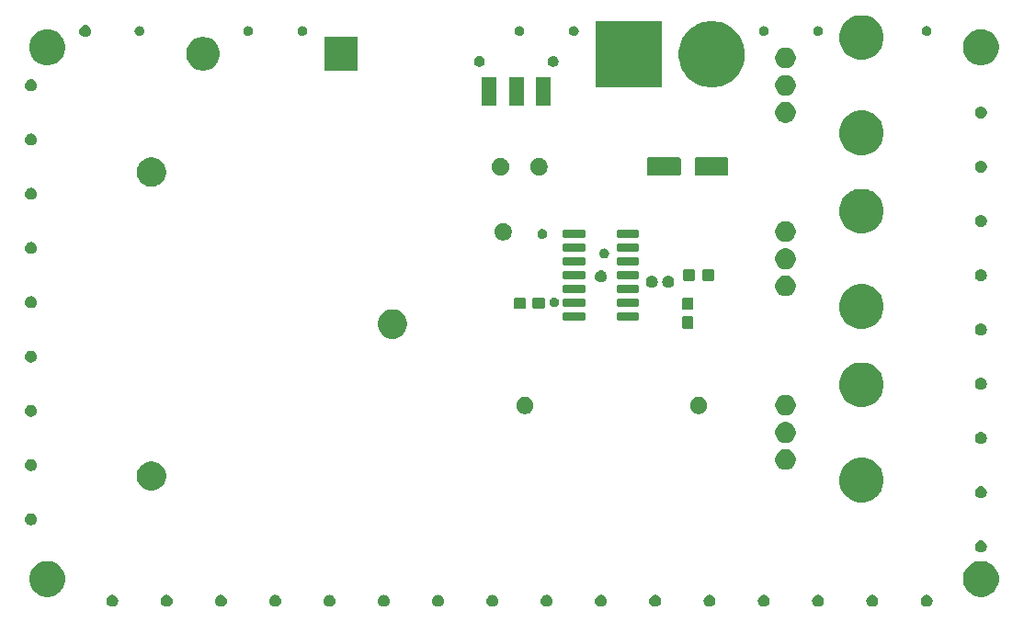
<source format=gbr>
G04 #@! TF.GenerationSoftware,KiCad,Pcbnew,(5.1.4-0-10_14)*
G04 #@! TF.CreationDate,2019-10-01T19:19:35+02:00*
G04 #@! TF.ProjectId,APC,4150432e-6b69-4636-9164-5f7063625858,rev?*
G04 #@! TF.SameCoordinates,Original*
G04 #@! TF.FileFunction,Soldermask,Top*
G04 #@! TF.FilePolarity,Negative*
%FSLAX46Y46*%
G04 Gerber Fmt 4.6, Leading zero omitted, Abs format (unit mm)*
G04 Created by KiCad (PCBNEW (5.1.4-0-10_14)) date 2019-10-01 19:19:35*
%MOMM*%
%LPD*%
G04 APERTURE LIST*
%ADD10C,0.100000*%
G04 APERTURE END LIST*
D10*
G36*
X170160721Y-99470174D02*
G01*
X170260995Y-99511709D01*
X170260996Y-99511710D01*
X170351242Y-99572010D01*
X170427990Y-99648758D01*
X170427991Y-99648760D01*
X170488291Y-99739005D01*
X170529826Y-99839279D01*
X170551000Y-99945730D01*
X170551000Y-100054270D01*
X170529826Y-100160721D01*
X170488291Y-100260995D01*
X170488290Y-100260996D01*
X170427990Y-100351242D01*
X170351242Y-100427990D01*
X170305812Y-100458345D01*
X170260995Y-100488291D01*
X170160721Y-100529826D01*
X170054270Y-100551000D01*
X169945730Y-100551000D01*
X169839279Y-100529826D01*
X169739005Y-100488291D01*
X169694188Y-100458345D01*
X169648758Y-100427990D01*
X169572010Y-100351242D01*
X169511710Y-100260996D01*
X169511709Y-100260995D01*
X169470174Y-100160721D01*
X169449000Y-100054270D01*
X169449000Y-99945730D01*
X169470174Y-99839279D01*
X169511709Y-99739005D01*
X169572009Y-99648760D01*
X169572010Y-99648758D01*
X169648758Y-99572010D01*
X169739004Y-99511710D01*
X169739005Y-99511709D01*
X169839279Y-99470174D01*
X169945730Y-99449000D01*
X170054270Y-99449000D01*
X170160721Y-99470174D01*
X170160721Y-99470174D01*
G37*
G36*
X165160721Y-99470174D02*
G01*
X165260995Y-99511709D01*
X165260996Y-99511710D01*
X165351242Y-99572010D01*
X165427990Y-99648758D01*
X165427991Y-99648760D01*
X165488291Y-99739005D01*
X165529826Y-99839279D01*
X165551000Y-99945730D01*
X165551000Y-100054270D01*
X165529826Y-100160721D01*
X165488291Y-100260995D01*
X165488290Y-100260996D01*
X165427990Y-100351242D01*
X165351242Y-100427990D01*
X165305812Y-100458345D01*
X165260995Y-100488291D01*
X165160721Y-100529826D01*
X165054270Y-100551000D01*
X164945730Y-100551000D01*
X164839279Y-100529826D01*
X164739005Y-100488291D01*
X164694188Y-100458345D01*
X164648758Y-100427990D01*
X164572010Y-100351242D01*
X164511710Y-100260996D01*
X164511709Y-100260995D01*
X164470174Y-100160721D01*
X164449000Y-100054270D01*
X164449000Y-99945730D01*
X164470174Y-99839279D01*
X164511709Y-99739005D01*
X164572009Y-99648760D01*
X164572010Y-99648758D01*
X164648758Y-99572010D01*
X164739004Y-99511710D01*
X164739005Y-99511709D01*
X164839279Y-99470174D01*
X164945730Y-99449000D01*
X165054270Y-99449000D01*
X165160721Y-99470174D01*
X165160721Y-99470174D01*
G37*
G36*
X160160721Y-99470174D02*
G01*
X160260995Y-99511709D01*
X160260996Y-99511710D01*
X160351242Y-99572010D01*
X160427990Y-99648758D01*
X160427991Y-99648760D01*
X160488291Y-99739005D01*
X160529826Y-99839279D01*
X160551000Y-99945730D01*
X160551000Y-100054270D01*
X160529826Y-100160721D01*
X160488291Y-100260995D01*
X160488290Y-100260996D01*
X160427990Y-100351242D01*
X160351242Y-100427990D01*
X160305812Y-100458345D01*
X160260995Y-100488291D01*
X160160721Y-100529826D01*
X160054270Y-100551000D01*
X159945730Y-100551000D01*
X159839279Y-100529826D01*
X159739005Y-100488291D01*
X159694188Y-100458345D01*
X159648758Y-100427990D01*
X159572010Y-100351242D01*
X159511710Y-100260996D01*
X159511709Y-100260995D01*
X159470174Y-100160721D01*
X159449000Y-100054270D01*
X159449000Y-99945730D01*
X159470174Y-99839279D01*
X159511709Y-99739005D01*
X159572009Y-99648760D01*
X159572010Y-99648758D01*
X159648758Y-99572010D01*
X159739004Y-99511710D01*
X159739005Y-99511709D01*
X159839279Y-99470174D01*
X159945730Y-99449000D01*
X160054270Y-99449000D01*
X160160721Y-99470174D01*
X160160721Y-99470174D01*
G37*
G36*
X155160721Y-99470174D02*
G01*
X155260995Y-99511709D01*
X155260996Y-99511710D01*
X155351242Y-99572010D01*
X155427990Y-99648758D01*
X155427991Y-99648760D01*
X155488291Y-99739005D01*
X155529826Y-99839279D01*
X155551000Y-99945730D01*
X155551000Y-100054270D01*
X155529826Y-100160721D01*
X155488291Y-100260995D01*
X155488290Y-100260996D01*
X155427990Y-100351242D01*
X155351242Y-100427990D01*
X155305812Y-100458345D01*
X155260995Y-100488291D01*
X155160721Y-100529826D01*
X155054270Y-100551000D01*
X154945730Y-100551000D01*
X154839279Y-100529826D01*
X154739005Y-100488291D01*
X154694188Y-100458345D01*
X154648758Y-100427990D01*
X154572010Y-100351242D01*
X154511710Y-100260996D01*
X154511709Y-100260995D01*
X154470174Y-100160721D01*
X154449000Y-100054270D01*
X154449000Y-99945730D01*
X154470174Y-99839279D01*
X154511709Y-99739005D01*
X154572009Y-99648760D01*
X154572010Y-99648758D01*
X154648758Y-99572010D01*
X154739004Y-99511710D01*
X154739005Y-99511709D01*
X154839279Y-99470174D01*
X154945730Y-99449000D01*
X155054270Y-99449000D01*
X155160721Y-99470174D01*
X155160721Y-99470174D01*
G37*
G36*
X150160721Y-99470174D02*
G01*
X150260995Y-99511709D01*
X150260996Y-99511710D01*
X150351242Y-99572010D01*
X150427990Y-99648758D01*
X150427991Y-99648760D01*
X150488291Y-99739005D01*
X150529826Y-99839279D01*
X150551000Y-99945730D01*
X150551000Y-100054270D01*
X150529826Y-100160721D01*
X150488291Y-100260995D01*
X150488290Y-100260996D01*
X150427990Y-100351242D01*
X150351242Y-100427990D01*
X150305812Y-100458345D01*
X150260995Y-100488291D01*
X150160721Y-100529826D01*
X150054270Y-100551000D01*
X149945730Y-100551000D01*
X149839279Y-100529826D01*
X149739005Y-100488291D01*
X149694188Y-100458345D01*
X149648758Y-100427990D01*
X149572010Y-100351242D01*
X149511710Y-100260996D01*
X149511709Y-100260995D01*
X149470174Y-100160721D01*
X149449000Y-100054270D01*
X149449000Y-99945730D01*
X149470174Y-99839279D01*
X149511709Y-99739005D01*
X149572009Y-99648760D01*
X149572010Y-99648758D01*
X149648758Y-99572010D01*
X149739004Y-99511710D01*
X149739005Y-99511709D01*
X149839279Y-99470174D01*
X149945730Y-99449000D01*
X150054270Y-99449000D01*
X150160721Y-99470174D01*
X150160721Y-99470174D01*
G37*
G36*
X145160721Y-99470174D02*
G01*
X145260995Y-99511709D01*
X145260996Y-99511710D01*
X145351242Y-99572010D01*
X145427990Y-99648758D01*
X145427991Y-99648760D01*
X145488291Y-99739005D01*
X145529826Y-99839279D01*
X145551000Y-99945730D01*
X145551000Y-100054270D01*
X145529826Y-100160721D01*
X145488291Y-100260995D01*
X145488290Y-100260996D01*
X145427990Y-100351242D01*
X145351242Y-100427990D01*
X145305812Y-100458345D01*
X145260995Y-100488291D01*
X145160721Y-100529826D01*
X145054270Y-100551000D01*
X144945730Y-100551000D01*
X144839279Y-100529826D01*
X144739005Y-100488291D01*
X144694188Y-100458345D01*
X144648758Y-100427990D01*
X144572010Y-100351242D01*
X144511710Y-100260996D01*
X144511709Y-100260995D01*
X144470174Y-100160721D01*
X144449000Y-100054270D01*
X144449000Y-99945730D01*
X144470174Y-99839279D01*
X144511709Y-99739005D01*
X144572009Y-99648760D01*
X144572010Y-99648758D01*
X144648758Y-99572010D01*
X144739004Y-99511710D01*
X144739005Y-99511709D01*
X144839279Y-99470174D01*
X144945730Y-99449000D01*
X145054270Y-99449000D01*
X145160721Y-99470174D01*
X145160721Y-99470174D01*
G37*
G36*
X140160721Y-99470174D02*
G01*
X140260995Y-99511709D01*
X140260996Y-99511710D01*
X140351242Y-99572010D01*
X140427990Y-99648758D01*
X140427991Y-99648760D01*
X140488291Y-99739005D01*
X140529826Y-99839279D01*
X140551000Y-99945730D01*
X140551000Y-100054270D01*
X140529826Y-100160721D01*
X140488291Y-100260995D01*
X140488290Y-100260996D01*
X140427990Y-100351242D01*
X140351242Y-100427990D01*
X140305812Y-100458345D01*
X140260995Y-100488291D01*
X140160721Y-100529826D01*
X140054270Y-100551000D01*
X139945730Y-100551000D01*
X139839279Y-100529826D01*
X139739005Y-100488291D01*
X139694188Y-100458345D01*
X139648758Y-100427990D01*
X139572010Y-100351242D01*
X139511710Y-100260996D01*
X139511709Y-100260995D01*
X139470174Y-100160721D01*
X139449000Y-100054270D01*
X139449000Y-99945730D01*
X139470174Y-99839279D01*
X139511709Y-99739005D01*
X139572009Y-99648760D01*
X139572010Y-99648758D01*
X139648758Y-99572010D01*
X139739004Y-99511710D01*
X139739005Y-99511709D01*
X139839279Y-99470174D01*
X139945730Y-99449000D01*
X140054270Y-99449000D01*
X140160721Y-99470174D01*
X140160721Y-99470174D01*
G37*
G36*
X135160721Y-99470174D02*
G01*
X135260995Y-99511709D01*
X135260996Y-99511710D01*
X135351242Y-99572010D01*
X135427990Y-99648758D01*
X135427991Y-99648760D01*
X135488291Y-99739005D01*
X135529826Y-99839279D01*
X135551000Y-99945730D01*
X135551000Y-100054270D01*
X135529826Y-100160721D01*
X135488291Y-100260995D01*
X135488290Y-100260996D01*
X135427990Y-100351242D01*
X135351242Y-100427990D01*
X135305812Y-100458345D01*
X135260995Y-100488291D01*
X135160721Y-100529826D01*
X135054270Y-100551000D01*
X134945730Y-100551000D01*
X134839279Y-100529826D01*
X134739005Y-100488291D01*
X134694188Y-100458345D01*
X134648758Y-100427990D01*
X134572010Y-100351242D01*
X134511710Y-100260996D01*
X134511709Y-100260995D01*
X134470174Y-100160721D01*
X134449000Y-100054270D01*
X134449000Y-99945730D01*
X134470174Y-99839279D01*
X134511709Y-99739005D01*
X134572009Y-99648760D01*
X134572010Y-99648758D01*
X134648758Y-99572010D01*
X134739004Y-99511710D01*
X134739005Y-99511709D01*
X134839279Y-99470174D01*
X134945730Y-99449000D01*
X135054270Y-99449000D01*
X135160721Y-99470174D01*
X135160721Y-99470174D01*
G37*
G36*
X130160721Y-99470174D02*
G01*
X130260995Y-99511709D01*
X130260996Y-99511710D01*
X130351242Y-99572010D01*
X130427990Y-99648758D01*
X130427991Y-99648760D01*
X130488291Y-99739005D01*
X130529826Y-99839279D01*
X130551000Y-99945730D01*
X130551000Y-100054270D01*
X130529826Y-100160721D01*
X130488291Y-100260995D01*
X130488290Y-100260996D01*
X130427990Y-100351242D01*
X130351242Y-100427990D01*
X130305812Y-100458345D01*
X130260995Y-100488291D01*
X130160721Y-100529826D01*
X130054270Y-100551000D01*
X129945730Y-100551000D01*
X129839279Y-100529826D01*
X129739005Y-100488291D01*
X129694188Y-100458345D01*
X129648758Y-100427990D01*
X129572010Y-100351242D01*
X129511710Y-100260996D01*
X129511709Y-100260995D01*
X129470174Y-100160721D01*
X129449000Y-100054270D01*
X129449000Y-99945730D01*
X129470174Y-99839279D01*
X129511709Y-99739005D01*
X129572009Y-99648760D01*
X129572010Y-99648758D01*
X129648758Y-99572010D01*
X129739004Y-99511710D01*
X129739005Y-99511709D01*
X129839279Y-99470174D01*
X129945730Y-99449000D01*
X130054270Y-99449000D01*
X130160721Y-99470174D01*
X130160721Y-99470174D01*
G37*
G36*
X125160721Y-99470174D02*
G01*
X125260995Y-99511709D01*
X125260996Y-99511710D01*
X125351242Y-99572010D01*
X125427990Y-99648758D01*
X125427991Y-99648760D01*
X125488291Y-99739005D01*
X125529826Y-99839279D01*
X125551000Y-99945730D01*
X125551000Y-100054270D01*
X125529826Y-100160721D01*
X125488291Y-100260995D01*
X125488290Y-100260996D01*
X125427990Y-100351242D01*
X125351242Y-100427990D01*
X125305812Y-100458345D01*
X125260995Y-100488291D01*
X125160721Y-100529826D01*
X125054270Y-100551000D01*
X124945730Y-100551000D01*
X124839279Y-100529826D01*
X124739005Y-100488291D01*
X124694188Y-100458345D01*
X124648758Y-100427990D01*
X124572010Y-100351242D01*
X124511710Y-100260996D01*
X124511709Y-100260995D01*
X124470174Y-100160721D01*
X124449000Y-100054270D01*
X124449000Y-99945730D01*
X124470174Y-99839279D01*
X124511709Y-99739005D01*
X124572009Y-99648760D01*
X124572010Y-99648758D01*
X124648758Y-99572010D01*
X124739004Y-99511710D01*
X124739005Y-99511709D01*
X124839279Y-99470174D01*
X124945730Y-99449000D01*
X125054270Y-99449000D01*
X125160721Y-99470174D01*
X125160721Y-99470174D01*
G37*
G36*
X120160721Y-99470174D02*
G01*
X120260995Y-99511709D01*
X120260996Y-99511710D01*
X120351242Y-99572010D01*
X120427990Y-99648758D01*
X120427991Y-99648760D01*
X120488291Y-99739005D01*
X120529826Y-99839279D01*
X120551000Y-99945730D01*
X120551000Y-100054270D01*
X120529826Y-100160721D01*
X120488291Y-100260995D01*
X120488290Y-100260996D01*
X120427990Y-100351242D01*
X120351242Y-100427990D01*
X120305812Y-100458345D01*
X120260995Y-100488291D01*
X120160721Y-100529826D01*
X120054270Y-100551000D01*
X119945730Y-100551000D01*
X119839279Y-100529826D01*
X119739005Y-100488291D01*
X119694188Y-100458345D01*
X119648758Y-100427990D01*
X119572010Y-100351242D01*
X119511710Y-100260996D01*
X119511709Y-100260995D01*
X119470174Y-100160721D01*
X119449000Y-100054270D01*
X119449000Y-99945730D01*
X119470174Y-99839279D01*
X119511709Y-99739005D01*
X119572009Y-99648760D01*
X119572010Y-99648758D01*
X119648758Y-99572010D01*
X119739004Y-99511710D01*
X119739005Y-99511709D01*
X119839279Y-99470174D01*
X119945730Y-99449000D01*
X120054270Y-99449000D01*
X120160721Y-99470174D01*
X120160721Y-99470174D01*
G37*
G36*
X115160721Y-99470174D02*
G01*
X115260995Y-99511709D01*
X115260996Y-99511710D01*
X115351242Y-99572010D01*
X115427990Y-99648758D01*
X115427991Y-99648760D01*
X115488291Y-99739005D01*
X115529826Y-99839279D01*
X115551000Y-99945730D01*
X115551000Y-100054270D01*
X115529826Y-100160721D01*
X115488291Y-100260995D01*
X115488290Y-100260996D01*
X115427990Y-100351242D01*
X115351242Y-100427990D01*
X115305812Y-100458345D01*
X115260995Y-100488291D01*
X115160721Y-100529826D01*
X115054270Y-100551000D01*
X114945730Y-100551000D01*
X114839279Y-100529826D01*
X114739005Y-100488291D01*
X114694188Y-100458345D01*
X114648758Y-100427990D01*
X114572010Y-100351242D01*
X114511710Y-100260996D01*
X114511709Y-100260995D01*
X114470174Y-100160721D01*
X114449000Y-100054270D01*
X114449000Y-99945730D01*
X114470174Y-99839279D01*
X114511709Y-99739005D01*
X114572009Y-99648760D01*
X114572010Y-99648758D01*
X114648758Y-99572010D01*
X114739004Y-99511710D01*
X114739005Y-99511709D01*
X114839279Y-99470174D01*
X114945730Y-99449000D01*
X115054270Y-99449000D01*
X115160721Y-99470174D01*
X115160721Y-99470174D01*
G37*
G36*
X110160721Y-99470174D02*
G01*
X110260995Y-99511709D01*
X110260996Y-99511710D01*
X110351242Y-99572010D01*
X110427990Y-99648758D01*
X110427991Y-99648760D01*
X110488291Y-99739005D01*
X110529826Y-99839279D01*
X110551000Y-99945730D01*
X110551000Y-100054270D01*
X110529826Y-100160721D01*
X110488291Y-100260995D01*
X110488290Y-100260996D01*
X110427990Y-100351242D01*
X110351242Y-100427990D01*
X110305812Y-100458345D01*
X110260995Y-100488291D01*
X110160721Y-100529826D01*
X110054270Y-100551000D01*
X109945730Y-100551000D01*
X109839279Y-100529826D01*
X109739005Y-100488291D01*
X109694188Y-100458345D01*
X109648758Y-100427990D01*
X109572010Y-100351242D01*
X109511710Y-100260996D01*
X109511709Y-100260995D01*
X109470174Y-100160721D01*
X109449000Y-100054270D01*
X109449000Y-99945730D01*
X109470174Y-99839279D01*
X109511709Y-99739005D01*
X109572009Y-99648760D01*
X109572010Y-99648758D01*
X109648758Y-99572010D01*
X109739004Y-99511710D01*
X109739005Y-99511709D01*
X109839279Y-99470174D01*
X109945730Y-99449000D01*
X110054270Y-99449000D01*
X110160721Y-99470174D01*
X110160721Y-99470174D01*
G37*
G36*
X105160721Y-99470174D02*
G01*
X105260995Y-99511709D01*
X105260996Y-99511710D01*
X105351242Y-99572010D01*
X105427990Y-99648758D01*
X105427991Y-99648760D01*
X105488291Y-99739005D01*
X105529826Y-99839279D01*
X105551000Y-99945730D01*
X105551000Y-100054270D01*
X105529826Y-100160721D01*
X105488291Y-100260995D01*
X105488290Y-100260996D01*
X105427990Y-100351242D01*
X105351242Y-100427990D01*
X105305812Y-100458345D01*
X105260995Y-100488291D01*
X105160721Y-100529826D01*
X105054270Y-100551000D01*
X104945730Y-100551000D01*
X104839279Y-100529826D01*
X104739005Y-100488291D01*
X104694188Y-100458345D01*
X104648758Y-100427990D01*
X104572010Y-100351242D01*
X104511710Y-100260996D01*
X104511709Y-100260995D01*
X104470174Y-100160721D01*
X104449000Y-100054270D01*
X104449000Y-99945730D01*
X104470174Y-99839279D01*
X104511709Y-99739005D01*
X104572009Y-99648760D01*
X104572010Y-99648758D01*
X104648758Y-99572010D01*
X104739004Y-99511710D01*
X104739005Y-99511709D01*
X104839279Y-99470174D01*
X104945730Y-99449000D01*
X105054270Y-99449000D01*
X105160721Y-99470174D01*
X105160721Y-99470174D01*
G37*
G36*
X100160721Y-99470174D02*
G01*
X100260995Y-99511709D01*
X100260996Y-99511710D01*
X100351242Y-99572010D01*
X100427990Y-99648758D01*
X100427991Y-99648760D01*
X100488291Y-99739005D01*
X100529826Y-99839279D01*
X100551000Y-99945730D01*
X100551000Y-100054270D01*
X100529826Y-100160721D01*
X100488291Y-100260995D01*
X100488290Y-100260996D01*
X100427990Y-100351242D01*
X100351242Y-100427990D01*
X100305812Y-100458345D01*
X100260995Y-100488291D01*
X100160721Y-100529826D01*
X100054270Y-100551000D01*
X99945730Y-100551000D01*
X99839279Y-100529826D01*
X99739005Y-100488291D01*
X99694188Y-100458345D01*
X99648758Y-100427990D01*
X99572010Y-100351242D01*
X99511710Y-100260996D01*
X99511709Y-100260995D01*
X99470174Y-100160721D01*
X99449000Y-100054270D01*
X99449000Y-99945730D01*
X99470174Y-99839279D01*
X99511709Y-99739005D01*
X99572009Y-99648760D01*
X99572010Y-99648758D01*
X99648758Y-99572010D01*
X99739004Y-99511710D01*
X99739005Y-99511709D01*
X99839279Y-99470174D01*
X99945730Y-99449000D01*
X100054270Y-99449000D01*
X100160721Y-99470174D01*
X100160721Y-99470174D01*
G37*
G36*
X95160721Y-99470174D02*
G01*
X95260995Y-99511709D01*
X95260996Y-99511710D01*
X95351242Y-99572010D01*
X95427990Y-99648758D01*
X95427991Y-99648760D01*
X95488291Y-99739005D01*
X95529826Y-99839279D01*
X95551000Y-99945730D01*
X95551000Y-100054270D01*
X95529826Y-100160721D01*
X95488291Y-100260995D01*
X95488290Y-100260996D01*
X95427990Y-100351242D01*
X95351242Y-100427990D01*
X95305812Y-100458345D01*
X95260995Y-100488291D01*
X95160721Y-100529826D01*
X95054270Y-100551000D01*
X94945730Y-100551000D01*
X94839279Y-100529826D01*
X94739005Y-100488291D01*
X94694188Y-100458345D01*
X94648758Y-100427990D01*
X94572010Y-100351242D01*
X94511710Y-100260996D01*
X94511709Y-100260995D01*
X94470174Y-100160721D01*
X94449000Y-100054270D01*
X94449000Y-99945730D01*
X94470174Y-99839279D01*
X94511709Y-99739005D01*
X94572009Y-99648760D01*
X94572010Y-99648758D01*
X94648758Y-99572010D01*
X94739004Y-99511710D01*
X94739005Y-99511709D01*
X94839279Y-99470174D01*
X94945730Y-99449000D01*
X95054270Y-99449000D01*
X95160721Y-99470174D01*
X95160721Y-99470174D01*
G37*
G36*
X175375256Y-96391298D02*
G01*
X175481579Y-96412447D01*
X175782042Y-96536903D01*
X176052451Y-96717585D01*
X176282415Y-96947549D01*
X176463097Y-97217958D01*
X176587553Y-97518421D01*
X176651000Y-97837391D01*
X176651000Y-98162609D01*
X176587553Y-98481579D01*
X176463097Y-98782042D01*
X176282415Y-99052451D01*
X176052451Y-99282415D01*
X175782042Y-99463097D01*
X175782041Y-99463098D01*
X175782040Y-99463098D01*
X175694037Y-99499550D01*
X175481579Y-99587553D01*
X175375256Y-99608702D01*
X175162611Y-99651000D01*
X174837389Y-99651000D01*
X174624744Y-99608702D01*
X174518421Y-99587553D01*
X174305963Y-99499550D01*
X174217960Y-99463098D01*
X174217959Y-99463098D01*
X174217958Y-99463097D01*
X173947549Y-99282415D01*
X173717585Y-99052451D01*
X173536903Y-98782042D01*
X173412447Y-98481579D01*
X173349000Y-98162609D01*
X173349000Y-97837391D01*
X173412447Y-97518421D01*
X173536903Y-97217958D01*
X173717585Y-96947549D01*
X173947549Y-96717585D01*
X174217958Y-96536903D01*
X174518421Y-96412447D01*
X174624744Y-96391298D01*
X174837389Y-96349000D01*
X175162611Y-96349000D01*
X175375256Y-96391298D01*
X175375256Y-96391298D01*
G37*
G36*
X89375256Y-96391298D02*
G01*
X89481579Y-96412447D01*
X89782042Y-96536903D01*
X90052451Y-96717585D01*
X90282415Y-96947549D01*
X90463097Y-97217958D01*
X90587553Y-97518421D01*
X90651000Y-97837391D01*
X90651000Y-98162609D01*
X90587553Y-98481579D01*
X90463097Y-98782042D01*
X90282415Y-99052451D01*
X90052451Y-99282415D01*
X89782042Y-99463097D01*
X89782041Y-99463098D01*
X89782040Y-99463098D01*
X89694037Y-99499550D01*
X89481579Y-99587553D01*
X89375256Y-99608702D01*
X89162611Y-99651000D01*
X88837389Y-99651000D01*
X88624744Y-99608702D01*
X88518421Y-99587553D01*
X88305963Y-99499550D01*
X88217960Y-99463098D01*
X88217959Y-99463098D01*
X88217958Y-99463097D01*
X87947549Y-99282415D01*
X87717585Y-99052451D01*
X87536903Y-98782042D01*
X87412447Y-98481579D01*
X87349000Y-98162609D01*
X87349000Y-97837391D01*
X87412447Y-97518421D01*
X87536903Y-97217958D01*
X87717585Y-96947549D01*
X87947549Y-96717585D01*
X88217958Y-96536903D01*
X88518421Y-96412447D01*
X88624744Y-96391298D01*
X88837389Y-96349000D01*
X89162611Y-96349000D01*
X89375256Y-96391298D01*
X89375256Y-96391298D01*
G37*
G36*
X175160721Y-94470174D02*
G01*
X175260995Y-94511709D01*
X175260996Y-94511710D01*
X175351242Y-94572010D01*
X175427990Y-94648758D01*
X175427991Y-94648760D01*
X175488291Y-94739005D01*
X175529826Y-94839279D01*
X175551000Y-94945730D01*
X175551000Y-95054270D01*
X175529826Y-95160721D01*
X175488291Y-95260995D01*
X175488290Y-95260996D01*
X175427990Y-95351242D01*
X175351242Y-95427990D01*
X175305812Y-95458345D01*
X175260995Y-95488291D01*
X175160721Y-95529826D01*
X175054270Y-95551000D01*
X174945730Y-95551000D01*
X174839279Y-95529826D01*
X174739005Y-95488291D01*
X174694188Y-95458345D01*
X174648758Y-95427990D01*
X174572010Y-95351242D01*
X174511710Y-95260996D01*
X174511709Y-95260995D01*
X174470174Y-95160721D01*
X174449000Y-95054270D01*
X174449000Y-94945730D01*
X174470174Y-94839279D01*
X174511709Y-94739005D01*
X174572009Y-94648760D01*
X174572010Y-94648758D01*
X174648758Y-94572010D01*
X174739004Y-94511710D01*
X174739005Y-94511709D01*
X174839279Y-94470174D01*
X174945730Y-94449000D01*
X175054270Y-94449000D01*
X175160721Y-94470174D01*
X175160721Y-94470174D01*
G37*
G36*
X87660721Y-91970174D02*
G01*
X87760995Y-92011709D01*
X87760996Y-92011710D01*
X87851242Y-92072010D01*
X87927990Y-92148758D01*
X87927991Y-92148760D01*
X87988291Y-92239005D01*
X88029826Y-92339279D01*
X88051000Y-92445730D01*
X88051000Y-92554270D01*
X88029826Y-92660721D01*
X87988291Y-92760995D01*
X87988290Y-92760996D01*
X87927990Y-92851242D01*
X87851242Y-92927990D01*
X87805812Y-92958345D01*
X87760995Y-92988291D01*
X87660721Y-93029826D01*
X87554270Y-93051000D01*
X87445730Y-93051000D01*
X87339279Y-93029826D01*
X87239005Y-92988291D01*
X87194188Y-92958345D01*
X87148758Y-92927990D01*
X87072010Y-92851242D01*
X87011710Y-92760996D01*
X87011709Y-92760995D01*
X86970174Y-92660721D01*
X86949000Y-92554270D01*
X86949000Y-92445730D01*
X86970174Y-92339279D01*
X87011709Y-92239005D01*
X87072009Y-92148760D01*
X87072010Y-92148758D01*
X87148758Y-92072010D01*
X87239004Y-92011710D01*
X87239005Y-92011709D01*
X87339279Y-91970174D01*
X87445730Y-91949000D01*
X87554270Y-91949000D01*
X87660721Y-91970174D01*
X87660721Y-91970174D01*
G37*
G36*
X164598254Y-86927818D02*
G01*
X164971511Y-87082426D01*
X164971513Y-87082427D01*
X165307436Y-87306884D01*
X165593116Y-87592564D01*
X165817242Y-87927991D01*
X165817574Y-87928489D01*
X165972182Y-88301746D01*
X166051000Y-88697993D01*
X166051000Y-89102007D01*
X165972182Y-89498254D01*
X165847575Y-89799082D01*
X165817573Y-89871513D01*
X165593116Y-90207436D01*
X165307436Y-90493116D01*
X164971513Y-90717573D01*
X164971512Y-90717574D01*
X164971511Y-90717574D01*
X164598254Y-90872182D01*
X164202007Y-90951000D01*
X163797993Y-90951000D01*
X163401746Y-90872182D01*
X163028489Y-90717574D01*
X163028488Y-90717574D01*
X163028487Y-90717573D01*
X162692564Y-90493116D01*
X162406884Y-90207436D01*
X162182427Y-89871513D01*
X162152425Y-89799082D01*
X162027818Y-89498254D01*
X161949000Y-89102007D01*
X161949000Y-88697993D01*
X162027818Y-88301746D01*
X162182426Y-87928489D01*
X162182759Y-87927991D01*
X162406884Y-87592564D01*
X162692564Y-87306884D01*
X163028487Y-87082427D01*
X163028489Y-87082426D01*
X163401746Y-86927818D01*
X163797993Y-86849000D01*
X164202007Y-86849000D01*
X164598254Y-86927818D01*
X164598254Y-86927818D01*
G37*
G36*
X175160721Y-89470174D02*
G01*
X175260995Y-89511709D01*
X175260996Y-89511710D01*
X175351242Y-89572010D01*
X175427990Y-89648758D01*
X175427991Y-89648760D01*
X175488291Y-89739005D01*
X175529826Y-89839279D01*
X175551000Y-89945730D01*
X175551000Y-90054270D01*
X175529826Y-90160721D01*
X175488291Y-90260995D01*
X175488290Y-90260996D01*
X175427990Y-90351242D01*
X175351242Y-90427990D01*
X175305812Y-90458345D01*
X175260995Y-90488291D01*
X175160721Y-90529826D01*
X175054270Y-90551000D01*
X174945730Y-90551000D01*
X174839279Y-90529826D01*
X174739005Y-90488291D01*
X174694188Y-90458345D01*
X174648758Y-90427990D01*
X174572010Y-90351242D01*
X174511710Y-90260996D01*
X174511709Y-90260995D01*
X174470174Y-90160721D01*
X174449000Y-90054270D01*
X174449000Y-89945730D01*
X174470174Y-89839279D01*
X174511709Y-89739005D01*
X174572009Y-89648760D01*
X174572010Y-89648758D01*
X174648758Y-89572010D01*
X174739004Y-89511710D01*
X174739005Y-89511709D01*
X174839279Y-89470174D01*
X174945730Y-89449000D01*
X175054270Y-89449000D01*
X175160721Y-89470174D01*
X175160721Y-89470174D01*
G37*
G36*
X98994072Y-87200918D02*
G01*
X99239939Y-87302759D01*
X99351328Y-87377187D01*
X99461211Y-87450609D01*
X99649391Y-87638789D01*
X99716143Y-87738690D01*
X99785685Y-87842766D01*
X99797242Y-87860063D01*
X99899082Y-88105928D01*
X99951000Y-88366937D01*
X99951000Y-88633063D01*
X99938084Y-88697994D01*
X99899082Y-88894072D01*
X99797241Y-89139939D01*
X99649390Y-89361212D01*
X99461212Y-89549390D01*
X99239939Y-89697241D01*
X99239938Y-89697242D01*
X99239937Y-89697242D01*
X98994072Y-89799082D01*
X98733063Y-89851000D01*
X98466937Y-89851000D01*
X98205928Y-89799082D01*
X97960063Y-89697242D01*
X97960062Y-89697242D01*
X97960061Y-89697241D01*
X97738788Y-89549390D01*
X97550610Y-89361212D01*
X97402759Y-89139939D01*
X97300918Y-88894072D01*
X97261916Y-88697994D01*
X97249000Y-88633063D01*
X97249000Y-88366937D01*
X97300918Y-88105928D01*
X97402758Y-87860063D01*
X97414316Y-87842766D01*
X97483857Y-87738690D01*
X97550609Y-87638789D01*
X97738789Y-87450609D01*
X97848672Y-87377187D01*
X97960061Y-87302759D01*
X98205928Y-87200918D01*
X98466937Y-87149000D01*
X98733063Y-87149000D01*
X98994072Y-87200918D01*
X98994072Y-87200918D01*
G37*
G36*
X87660721Y-86970174D02*
G01*
X87760995Y-87011709D01*
X87760996Y-87011710D01*
X87851242Y-87072010D01*
X87927990Y-87148758D01*
X87958345Y-87194188D01*
X87988291Y-87239005D01*
X88029826Y-87339279D01*
X88051000Y-87445730D01*
X88051000Y-87554270D01*
X88029826Y-87660721D01*
X87988291Y-87760995D01*
X87988290Y-87760996D01*
X87927990Y-87851242D01*
X87851242Y-87927990D01*
X87850498Y-87928487D01*
X87760995Y-87988291D01*
X87660721Y-88029826D01*
X87554270Y-88051000D01*
X87445730Y-88051000D01*
X87339279Y-88029826D01*
X87239005Y-87988291D01*
X87149502Y-87928487D01*
X87148758Y-87927990D01*
X87072010Y-87851242D01*
X87011710Y-87760996D01*
X87011709Y-87760995D01*
X86970174Y-87660721D01*
X86949000Y-87554270D01*
X86949000Y-87445730D01*
X86970174Y-87339279D01*
X87011709Y-87239005D01*
X87041655Y-87194188D01*
X87072010Y-87148758D01*
X87148758Y-87072010D01*
X87239004Y-87011710D01*
X87239005Y-87011709D01*
X87339279Y-86970174D01*
X87445730Y-86949000D01*
X87554270Y-86949000D01*
X87660721Y-86970174D01*
X87660721Y-86970174D01*
G37*
G36*
X157277395Y-86085546D02*
G01*
X157450466Y-86157234D01*
X157450467Y-86157235D01*
X157606227Y-86261310D01*
X157738690Y-86393773D01*
X157738691Y-86393775D01*
X157842766Y-86549534D01*
X157914454Y-86722605D01*
X157951000Y-86906333D01*
X157951000Y-87093667D01*
X157914454Y-87277395D01*
X157842766Y-87450466D01*
X157791081Y-87527818D01*
X157738690Y-87606227D01*
X157606227Y-87738690D01*
X157527818Y-87791081D01*
X157450466Y-87842766D01*
X157277395Y-87914454D01*
X157093667Y-87951000D01*
X156906333Y-87951000D01*
X156722605Y-87914454D01*
X156549534Y-87842766D01*
X156472182Y-87791081D01*
X156393773Y-87738690D01*
X156261310Y-87606227D01*
X156208919Y-87527818D01*
X156157234Y-87450466D01*
X156085546Y-87277395D01*
X156049000Y-87093667D01*
X156049000Y-86906333D01*
X156085546Y-86722605D01*
X156157234Y-86549534D01*
X156261309Y-86393775D01*
X156261310Y-86393773D01*
X156393773Y-86261310D01*
X156549533Y-86157235D01*
X156549534Y-86157234D01*
X156722605Y-86085546D01*
X156906333Y-86049000D01*
X157093667Y-86049000D01*
X157277395Y-86085546D01*
X157277395Y-86085546D01*
G37*
G36*
X175160721Y-84470174D02*
G01*
X175260995Y-84511709D01*
X175260996Y-84511710D01*
X175351242Y-84572010D01*
X175427990Y-84648758D01*
X175427991Y-84648760D01*
X175488291Y-84739005D01*
X175529826Y-84839279D01*
X175551000Y-84945730D01*
X175551000Y-85054270D01*
X175529826Y-85160721D01*
X175488291Y-85260995D01*
X175488290Y-85260996D01*
X175427990Y-85351242D01*
X175351242Y-85427990D01*
X175316805Y-85451000D01*
X175260995Y-85488291D01*
X175160721Y-85529826D01*
X175054270Y-85551000D01*
X174945730Y-85551000D01*
X174839279Y-85529826D01*
X174739005Y-85488291D01*
X174683195Y-85451000D01*
X174648758Y-85427990D01*
X174572010Y-85351242D01*
X174511710Y-85260996D01*
X174511709Y-85260995D01*
X174470174Y-85160721D01*
X174449000Y-85054270D01*
X174449000Y-84945730D01*
X174470174Y-84839279D01*
X174511709Y-84739005D01*
X174572009Y-84648760D01*
X174572010Y-84648758D01*
X174648758Y-84572010D01*
X174739004Y-84511710D01*
X174739005Y-84511709D01*
X174839279Y-84470174D01*
X174945730Y-84449000D01*
X175054270Y-84449000D01*
X175160721Y-84470174D01*
X175160721Y-84470174D01*
G37*
G36*
X157277395Y-83585546D02*
G01*
X157450466Y-83657234D01*
X157450467Y-83657235D01*
X157606227Y-83761310D01*
X157738690Y-83893773D01*
X157738691Y-83893775D01*
X157842766Y-84049534D01*
X157914454Y-84222605D01*
X157951000Y-84406333D01*
X157951000Y-84593667D01*
X157914454Y-84777395D01*
X157842766Y-84950466D01*
X157842765Y-84950467D01*
X157738690Y-85106227D01*
X157606227Y-85238690D01*
X157527818Y-85291081D01*
X157450466Y-85342766D01*
X157277395Y-85414454D01*
X157093667Y-85451000D01*
X156906333Y-85451000D01*
X156722605Y-85414454D01*
X156549534Y-85342766D01*
X156472182Y-85291081D01*
X156393773Y-85238690D01*
X156261310Y-85106227D01*
X156157235Y-84950467D01*
X156157234Y-84950466D01*
X156085546Y-84777395D01*
X156049000Y-84593667D01*
X156049000Y-84406333D01*
X156085546Y-84222605D01*
X156157234Y-84049534D01*
X156261309Y-83893775D01*
X156261310Y-83893773D01*
X156393773Y-83761310D01*
X156549533Y-83657235D01*
X156549534Y-83657234D01*
X156722605Y-83585546D01*
X156906333Y-83549000D01*
X157093667Y-83549000D01*
X157277395Y-83585546D01*
X157277395Y-83585546D01*
G37*
G36*
X87660721Y-81970174D02*
G01*
X87760995Y-82011709D01*
X87760996Y-82011710D01*
X87851242Y-82072010D01*
X87927990Y-82148758D01*
X87927991Y-82148760D01*
X87988291Y-82239005D01*
X88029826Y-82339279D01*
X88051000Y-82445730D01*
X88051000Y-82554270D01*
X88029826Y-82660721D01*
X87988291Y-82760995D01*
X87961560Y-82801000D01*
X87927990Y-82851242D01*
X87851242Y-82927990D01*
X87816805Y-82951000D01*
X87760995Y-82988291D01*
X87660721Y-83029826D01*
X87554270Y-83051000D01*
X87445730Y-83051000D01*
X87339279Y-83029826D01*
X87239005Y-82988291D01*
X87183195Y-82951000D01*
X87148758Y-82927990D01*
X87072010Y-82851242D01*
X87038440Y-82801000D01*
X87011709Y-82760995D01*
X86970174Y-82660721D01*
X86949000Y-82554270D01*
X86949000Y-82445730D01*
X86970174Y-82339279D01*
X87011709Y-82239005D01*
X87072009Y-82148760D01*
X87072010Y-82148758D01*
X87148758Y-82072010D01*
X87239004Y-82011710D01*
X87239005Y-82011709D01*
X87339279Y-81970174D01*
X87445730Y-81949000D01*
X87554270Y-81949000D01*
X87660721Y-81970174D01*
X87660721Y-81970174D01*
G37*
G36*
X157277395Y-81085546D02*
G01*
X157450466Y-81157234D01*
X157450467Y-81157235D01*
X157606227Y-81261310D01*
X157738690Y-81393773D01*
X157738691Y-81393775D01*
X157842766Y-81549534D01*
X157914454Y-81722605D01*
X157951000Y-81906333D01*
X157951000Y-82093667D01*
X157914454Y-82277395D01*
X157842766Y-82450466D01*
X157842765Y-82450467D01*
X157738690Y-82606227D01*
X157606227Y-82738690D01*
X157559042Y-82770218D01*
X157450466Y-82842766D01*
X157277395Y-82914454D01*
X157093667Y-82951000D01*
X156906333Y-82951000D01*
X156722605Y-82914454D01*
X156549534Y-82842766D01*
X156440958Y-82770218D01*
X156393773Y-82738690D01*
X156261310Y-82606227D01*
X156157235Y-82450467D01*
X156157234Y-82450466D01*
X156085546Y-82277395D01*
X156049000Y-82093667D01*
X156049000Y-81906333D01*
X156085546Y-81722605D01*
X156157234Y-81549534D01*
X156261309Y-81393775D01*
X156261310Y-81393773D01*
X156393773Y-81261310D01*
X156549533Y-81157235D01*
X156549534Y-81157234D01*
X156722605Y-81085546D01*
X156906333Y-81049000D01*
X157093667Y-81049000D01*
X157277395Y-81085546D01*
X157277395Y-81085546D01*
G37*
G36*
X133233642Y-81229781D02*
G01*
X133309759Y-81261310D01*
X133379416Y-81290163D01*
X133510608Y-81377822D01*
X133622178Y-81489392D01*
X133662363Y-81549534D01*
X133709838Y-81620586D01*
X133770219Y-81766358D01*
X133801000Y-81921107D01*
X133801000Y-82078893D01*
X133770219Y-82233642D01*
X133709838Y-82379414D01*
X133709837Y-82379416D01*
X133622178Y-82510608D01*
X133510608Y-82622178D01*
X133379416Y-82709837D01*
X133379415Y-82709838D01*
X133379414Y-82709838D01*
X133233642Y-82770219D01*
X133078893Y-82801000D01*
X132921107Y-82801000D01*
X132766358Y-82770219D01*
X132620586Y-82709838D01*
X132620585Y-82709838D01*
X132620584Y-82709837D01*
X132489392Y-82622178D01*
X132377822Y-82510608D01*
X132290163Y-82379416D01*
X132290162Y-82379414D01*
X132229781Y-82233642D01*
X132199000Y-82078893D01*
X132199000Y-81921107D01*
X132229781Y-81766358D01*
X132290162Y-81620586D01*
X132337637Y-81549534D01*
X132377822Y-81489392D01*
X132489392Y-81377822D01*
X132620584Y-81290163D01*
X132690241Y-81261310D01*
X132766358Y-81229781D01*
X132921107Y-81199000D01*
X133078893Y-81199000D01*
X133233642Y-81229781D01*
X133233642Y-81229781D01*
G37*
G36*
X149233642Y-81229781D02*
G01*
X149309759Y-81261310D01*
X149379416Y-81290163D01*
X149510608Y-81377822D01*
X149622178Y-81489392D01*
X149662363Y-81549534D01*
X149709838Y-81620586D01*
X149770219Y-81766358D01*
X149801000Y-81921107D01*
X149801000Y-82078893D01*
X149770219Y-82233642D01*
X149709838Y-82379414D01*
X149709837Y-82379416D01*
X149622178Y-82510608D01*
X149510608Y-82622178D01*
X149379416Y-82709837D01*
X149379415Y-82709838D01*
X149379414Y-82709838D01*
X149233642Y-82770219D01*
X149078893Y-82801000D01*
X148921107Y-82801000D01*
X148766358Y-82770219D01*
X148620586Y-82709838D01*
X148620585Y-82709838D01*
X148620584Y-82709837D01*
X148489392Y-82622178D01*
X148377822Y-82510608D01*
X148290163Y-82379416D01*
X148290162Y-82379414D01*
X148229781Y-82233642D01*
X148199000Y-82078893D01*
X148199000Y-81921107D01*
X148229781Y-81766358D01*
X148290162Y-81620586D01*
X148337637Y-81549534D01*
X148377822Y-81489392D01*
X148489392Y-81377822D01*
X148620584Y-81290163D01*
X148690241Y-81261310D01*
X148766358Y-81229781D01*
X148921107Y-81199000D01*
X149078893Y-81199000D01*
X149233642Y-81229781D01*
X149233642Y-81229781D01*
G37*
G36*
X164598254Y-78127818D02*
G01*
X164971511Y-78282426D01*
X164971513Y-78282427D01*
X165307436Y-78506884D01*
X165593116Y-78792564D01*
X165817574Y-79128489D01*
X165972182Y-79501746D01*
X166051000Y-79897993D01*
X166051000Y-80302007D01*
X165972182Y-80698254D01*
X165826898Y-81049000D01*
X165817573Y-81071513D01*
X165593116Y-81407436D01*
X165307436Y-81693116D01*
X164971513Y-81917573D01*
X164971512Y-81917574D01*
X164971511Y-81917574D01*
X164598254Y-82072182D01*
X164202007Y-82151000D01*
X163797993Y-82151000D01*
X163401746Y-82072182D01*
X163028489Y-81917574D01*
X163028488Y-81917574D01*
X163028487Y-81917573D01*
X162692564Y-81693116D01*
X162406884Y-81407436D01*
X162182427Y-81071513D01*
X162173102Y-81049000D01*
X162027818Y-80698254D01*
X161949000Y-80302007D01*
X161949000Y-79897993D01*
X162027818Y-79501746D01*
X162182426Y-79128489D01*
X162406884Y-78792564D01*
X162692564Y-78506884D01*
X163028487Y-78282427D01*
X163028489Y-78282426D01*
X163401746Y-78127818D01*
X163797993Y-78049000D01*
X164202007Y-78049000D01*
X164598254Y-78127818D01*
X164598254Y-78127818D01*
G37*
G36*
X175160721Y-79470174D02*
G01*
X175260995Y-79511709D01*
X175260996Y-79511710D01*
X175351242Y-79572010D01*
X175427990Y-79648758D01*
X175427991Y-79648760D01*
X175488291Y-79739005D01*
X175529826Y-79839279D01*
X175551000Y-79945730D01*
X175551000Y-80054270D01*
X175529826Y-80160721D01*
X175488291Y-80260995D01*
X175488290Y-80260996D01*
X175427990Y-80351242D01*
X175351242Y-80427990D01*
X175305812Y-80458345D01*
X175260995Y-80488291D01*
X175160721Y-80529826D01*
X175054270Y-80551000D01*
X174945730Y-80551000D01*
X174839279Y-80529826D01*
X174739005Y-80488291D01*
X174694188Y-80458345D01*
X174648758Y-80427990D01*
X174572010Y-80351242D01*
X174511710Y-80260996D01*
X174511709Y-80260995D01*
X174470174Y-80160721D01*
X174449000Y-80054270D01*
X174449000Y-79945730D01*
X174470174Y-79839279D01*
X174511709Y-79739005D01*
X174572009Y-79648760D01*
X174572010Y-79648758D01*
X174648758Y-79572010D01*
X174739004Y-79511710D01*
X174739005Y-79511709D01*
X174839279Y-79470174D01*
X174945730Y-79449000D01*
X175054270Y-79449000D01*
X175160721Y-79470174D01*
X175160721Y-79470174D01*
G37*
G36*
X87660721Y-76970174D02*
G01*
X87760995Y-77011709D01*
X87760996Y-77011710D01*
X87851242Y-77072010D01*
X87927990Y-77148758D01*
X87927991Y-77148760D01*
X87988291Y-77239005D01*
X88029826Y-77339279D01*
X88051000Y-77445730D01*
X88051000Y-77554270D01*
X88029826Y-77660721D01*
X87988291Y-77760995D01*
X87988290Y-77760996D01*
X87927990Y-77851242D01*
X87851242Y-77927990D01*
X87805812Y-77958345D01*
X87760995Y-77988291D01*
X87660721Y-78029826D01*
X87554270Y-78051000D01*
X87445730Y-78051000D01*
X87339279Y-78029826D01*
X87239005Y-77988291D01*
X87194188Y-77958345D01*
X87148758Y-77927990D01*
X87072010Y-77851242D01*
X87011710Y-77760996D01*
X87011709Y-77760995D01*
X86970174Y-77660721D01*
X86949000Y-77554270D01*
X86949000Y-77445730D01*
X86970174Y-77339279D01*
X87011709Y-77239005D01*
X87072009Y-77148760D01*
X87072010Y-77148758D01*
X87148758Y-77072010D01*
X87239004Y-77011710D01*
X87239005Y-77011709D01*
X87339279Y-76970174D01*
X87445730Y-76949000D01*
X87554270Y-76949000D01*
X87660721Y-76970174D01*
X87660721Y-76970174D01*
G37*
G36*
X121093837Y-73180980D02*
G01*
X121194072Y-73200918D01*
X121439939Y-73302759D01*
X121551328Y-73377187D01*
X121661211Y-73450609D01*
X121849391Y-73638789D01*
X121997242Y-73860063D01*
X122099082Y-74105928D01*
X122151000Y-74366937D01*
X122151000Y-74633063D01*
X122099082Y-74894072D01*
X121997242Y-75139937D01*
X121849391Y-75361211D01*
X121661211Y-75549391D01*
X121551328Y-75622813D01*
X121439939Y-75697241D01*
X121439938Y-75697242D01*
X121439937Y-75697242D01*
X121194072Y-75799082D01*
X120933063Y-75851000D01*
X120666937Y-75851000D01*
X120405928Y-75799082D01*
X120160063Y-75697242D01*
X120160062Y-75697242D01*
X120160061Y-75697241D01*
X120048672Y-75622813D01*
X119938789Y-75549391D01*
X119750609Y-75361211D01*
X119602758Y-75139937D01*
X119500918Y-74894072D01*
X119449000Y-74633063D01*
X119449000Y-74366937D01*
X119500918Y-74105928D01*
X119602758Y-73860063D01*
X119750609Y-73638789D01*
X119938789Y-73450609D01*
X120048672Y-73377187D01*
X120160061Y-73302759D01*
X120405928Y-73200918D01*
X120506163Y-73180980D01*
X120666937Y-73149000D01*
X120933063Y-73149000D01*
X121093837Y-73180980D01*
X121093837Y-73180980D01*
G37*
G36*
X175160721Y-74470174D02*
G01*
X175260995Y-74511709D01*
X175260996Y-74511710D01*
X175351242Y-74572010D01*
X175427990Y-74648758D01*
X175427991Y-74648760D01*
X175488291Y-74739005D01*
X175529826Y-74839279D01*
X175551000Y-74945730D01*
X175551000Y-75054270D01*
X175529826Y-75160721D01*
X175488291Y-75260995D01*
X175488290Y-75260996D01*
X175427990Y-75351242D01*
X175351242Y-75427990D01*
X175305812Y-75458345D01*
X175260995Y-75488291D01*
X175160721Y-75529826D01*
X175054270Y-75551000D01*
X174945730Y-75551000D01*
X174839279Y-75529826D01*
X174739005Y-75488291D01*
X174694188Y-75458345D01*
X174648758Y-75427990D01*
X174572010Y-75351242D01*
X174511710Y-75260996D01*
X174511709Y-75260995D01*
X174470174Y-75160721D01*
X174449000Y-75054270D01*
X174449000Y-74945730D01*
X174470174Y-74839279D01*
X174511709Y-74739005D01*
X174572009Y-74648760D01*
X174572010Y-74648758D01*
X174648758Y-74572010D01*
X174739004Y-74511710D01*
X174739005Y-74511709D01*
X174839279Y-74470174D01*
X174945730Y-74449000D01*
X175054270Y-74449000D01*
X175160721Y-74470174D01*
X175160721Y-74470174D01*
G37*
G36*
X148364499Y-73803445D02*
G01*
X148401995Y-73814820D01*
X148436554Y-73833292D01*
X148466847Y-73858153D01*
X148491708Y-73888446D01*
X148510180Y-73923005D01*
X148521555Y-73960501D01*
X148526000Y-74005638D01*
X148526000Y-74744362D01*
X148521555Y-74789499D01*
X148510180Y-74826995D01*
X148491708Y-74861554D01*
X148466847Y-74891847D01*
X148436554Y-74916708D01*
X148401995Y-74935180D01*
X148364499Y-74946555D01*
X148319362Y-74951000D01*
X147680638Y-74951000D01*
X147635501Y-74946555D01*
X147598005Y-74935180D01*
X147563446Y-74916708D01*
X147533153Y-74891847D01*
X147508292Y-74861554D01*
X147489820Y-74826995D01*
X147478445Y-74789499D01*
X147474000Y-74744362D01*
X147474000Y-74005638D01*
X147478445Y-73960501D01*
X147489820Y-73923005D01*
X147508292Y-73888446D01*
X147533153Y-73858153D01*
X147563446Y-73833292D01*
X147598005Y-73814820D01*
X147635501Y-73803445D01*
X147680638Y-73799000D01*
X148319362Y-73799000D01*
X148364499Y-73803445D01*
X148364499Y-73803445D01*
G37*
G36*
X164598254Y-70927818D02*
G01*
X164918002Y-71060262D01*
X164971513Y-71082427D01*
X165307436Y-71306884D01*
X165593116Y-71592564D01*
X165808196Y-71914453D01*
X165817574Y-71928489D01*
X165972182Y-72301746D01*
X166051000Y-72697993D01*
X166051000Y-73102007D01*
X165972182Y-73498254D01*
X165847609Y-73799000D01*
X165817573Y-73871513D01*
X165593116Y-74207436D01*
X165307436Y-74493116D01*
X164971513Y-74717573D01*
X164971512Y-74717574D01*
X164971511Y-74717574D01*
X164598254Y-74872182D01*
X164202007Y-74951000D01*
X163797993Y-74951000D01*
X163401746Y-74872182D01*
X163028489Y-74717574D01*
X163028488Y-74717574D01*
X163028487Y-74717573D01*
X162692564Y-74493116D01*
X162406884Y-74207436D01*
X162182427Y-73871513D01*
X162152391Y-73799000D01*
X162027818Y-73498254D01*
X161949000Y-73102007D01*
X161949000Y-72697993D01*
X162027818Y-72301746D01*
X162182426Y-71928489D01*
X162191805Y-71914453D01*
X162406884Y-71592564D01*
X162692564Y-71306884D01*
X163028487Y-71082427D01*
X163081998Y-71060262D01*
X163401746Y-70927818D01*
X163797993Y-70849000D01*
X164202007Y-70849000D01*
X164598254Y-70927818D01*
X164598254Y-70927818D01*
G37*
G36*
X138459928Y-73461764D02*
G01*
X138481009Y-73468160D01*
X138500445Y-73478548D01*
X138517476Y-73492524D01*
X138531452Y-73509555D01*
X138541840Y-73528991D01*
X138548236Y-73550072D01*
X138551000Y-73578140D01*
X138551000Y-74041860D01*
X138548236Y-74069928D01*
X138541840Y-74091009D01*
X138531452Y-74110445D01*
X138517476Y-74127476D01*
X138500445Y-74141452D01*
X138481009Y-74151840D01*
X138459928Y-74158236D01*
X138431860Y-74161000D01*
X136618140Y-74161000D01*
X136590072Y-74158236D01*
X136568991Y-74151840D01*
X136549555Y-74141452D01*
X136532524Y-74127476D01*
X136518548Y-74110445D01*
X136508160Y-74091009D01*
X136501764Y-74069928D01*
X136499000Y-74041860D01*
X136499000Y-73578140D01*
X136501764Y-73550072D01*
X136508160Y-73528991D01*
X136518548Y-73509555D01*
X136532524Y-73492524D01*
X136549555Y-73478548D01*
X136568991Y-73468160D01*
X136590072Y-73461764D01*
X136618140Y-73459000D01*
X138431860Y-73459000D01*
X138459928Y-73461764D01*
X138459928Y-73461764D01*
G37*
G36*
X143409928Y-73461764D02*
G01*
X143431009Y-73468160D01*
X143450445Y-73478548D01*
X143467476Y-73492524D01*
X143481452Y-73509555D01*
X143491840Y-73528991D01*
X143498236Y-73550072D01*
X143501000Y-73578140D01*
X143501000Y-74041860D01*
X143498236Y-74069928D01*
X143491840Y-74091009D01*
X143481452Y-74110445D01*
X143467476Y-74127476D01*
X143450445Y-74141452D01*
X143431009Y-74151840D01*
X143409928Y-74158236D01*
X143381860Y-74161000D01*
X141568140Y-74161000D01*
X141540072Y-74158236D01*
X141518991Y-74151840D01*
X141499555Y-74141452D01*
X141482524Y-74127476D01*
X141468548Y-74110445D01*
X141458160Y-74091009D01*
X141451764Y-74069928D01*
X141449000Y-74041860D01*
X141449000Y-73578140D01*
X141451764Y-73550072D01*
X141458160Y-73528991D01*
X141468548Y-73509555D01*
X141482524Y-73492524D01*
X141499555Y-73478548D01*
X141518991Y-73468160D01*
X141540072Y-73461764D01*
X141568140Y-73459000D01*
X143381860Y-73459000D01*
X143409928Y-73461764D01*
X143409928Y-73461764D01*
G37*
G36*
X148364499Y-72053445D02*
G01*
X148401995Y-72064820D01*
X148436554Y-72083292D01*
X148466847Y-72108153D01*
X148491708Y-72138446D01*
X148510180Y-72173005D01*
X148521555Y-72210501D01*
X148526000Y-72255638D01*
X148526000Y-72994362D01*
X148521555Y-73039499D01*
X148510180Y-73076995D01*
X148491708Y-73111554D01*
X148466847Y-73141847D01*
X148436554Y-73166708D01*
X148401995Y-73185180D01*
X148364499Y-73196555D01*
X148319362Y-73201000D01*
X147680638Y-73201000D01*
X147635501Y-73196555D01*
X147598005Y-73185180D01*
X147563446Y-73166708D01*
X147533153Y-73141847D01*
X147508292Y-73111554D01*
X147489820Y-73076995D01*
X147478445Y-73039499D01*
X147474000Y-72994362D01*
X147474000Y-72255638D01*
X147478445Y-72210501D01*
X147489820Y-72173005D01*
X147508292Y-72138446D01*
X147533153Y-72108153D01*
X147563446Y-72083292D01*
X147598005Y-72064820D01*
X147635501Y-72053445D01*
X147680638Y-72049000D01*
X148319362Y-72049000D01*
X148364499Y-72053445D01*
X148364499Y-72053445D01*
G37*
G36*
X134689499Y-72078445D02*
G01*
X134726995Y-72089820D01*
X134761554Y-72108292D01*
X134791847Y-72133153D01*
X134816708Y-72163446D01*
X134835180Y-72198005D01*
X134846555Y-72235501D01*
X134851000Y-72280638D01*
X134851000Y-72919362D01*
X134846555Y-72964499D01*
X134835180Y-73001995D01*
X134816708Y-73036554D01*
X134791847Y-73066847D01*
X134761554Y-73091708D01*
X134726995Y-73110180D01*
X134689499Y-73121555D01*
X134644362Y-73126000D01*
X133905638Y-73126000D01*
X133860501Y-73121555D01*
X133823005Y-73110180D01*
X133788446Y-73091708D01*
X133758153Y-73066847D01*
X133733292Y-73036554D01*
X133714820Y-73001995D01*
X133703445Y-72964499D01*
X133699000Y-72919362D01*
X133699000Y-72280638D01*
X133703445Y-72235501D01*
X133714820Y-72198005D01*
X133733292Y-72163446D01*
X133758153Y-72133153D01*
X133788446Y-72108292D01*
X133823005Y-72089820D01*
X133860501Y-72078445D01*
X133905638Y-72074000D01*
X134644362Y-72074000D01*
X134689499Y-72078445D01*
X134689499Y-72078445D01*
G37*
G36*
X132939499Y-72078445D02*
G01*
X132976995Y-72089820D01*
X133011554Y-72108292D01*
X133041847Y-72133153D01*
X133066708Y-72163446D01*
X133085180Y-72198005D01*
X133096555Y-72235501D01*
X133101000Y-72280638D01*
X133101000Y-72919362D01*
X133096555Y-72964499D01*
X133085180Y-73001995D01*
X133066708Y-73036554D01*
X133041847Y-73066847D01*
X133011554Y-73091708D01*
X132976995Y-73110180D01*
X132939499Y-73121555D01*
X132894362Y-73126000D01*
X132155638Y-73126000D01*
X132110501Y-73121555D01*
X132073005Y-73110180D01*
X132038446Y-73091708D01*
X132008153Y-73066847D01*
X131983292Y-73036554D01*
X131964820Y-73001995D01*
X131953445Y-72964499D01*
X131949000Y-72919362D01*
X131949000Y-72280638D01*
X131953445Y-72235501D01*
X131964820Y-72198005D01*
X131983292Y-72163446D01*
X132008153Y-72133153D01*
X132038446Y-72108292D01*
X132073005Y-72089820D01*
X132110501Y-72078445D01*
X132155638Y-72074000D01*
X132894362Y-72074000D01*
X132939499Y-72078445D01*
X132939499Y-72078445D01*
G37*
G36*
X87660721Y-71970174D02*
G01*
X87760995Y-72011709D01*
X87760996Y-72011710D01*
X87851242Y-72072010D01*
X87927990Y-72148758D01*
X87937804Y-72163446D01*
X87988291Y-72239005D01*
X88029826Y-72339279D01*
X88051000Y-72445730D01*
X88051000Y-72554270D01*
X88029826Y-72660721D01*
X87988291Y-72760995D01*
X87962277Y-72799928D01*
X87927990Y-72851242D01*
X87851242Y-72927990D01*
X87836261Y-72938000D01*
X87760995Y-72988291D01*
X87660721Y-73029826D01*
X87554270Y-73051000D01*
X87445730Y-73051000D01*
X87339279Y-73029826D01*
X87239005Y-72988291D01*
X87163739Y-72938000D01*
X87148758Y-72927990D01*
X87072010Y-72851242D01*
X87037723Y-72799928D01*
X87011709Y-72760995D01*
X86970174Y-72660721D01*
X86949000Y-72554270D01*
X86949000Y-72445730D01*
X86970174Y-72339279D01*
X87011709Y-72239005D01*
X87062196Y-72163446D01*
X87072010Y-72148758D01*
X87148758Y-72072010D01*
X87239004Y-72011710D01*
X87239005Y-72011709D01*
X87339279Y-71970174D01*
X87445730Y-71949000D01*
X87554270Y-71949000D01*
X87660721Y-71970174D01*
X87660721Y-71970174D01*
G37*
G36*
X135831552Y-72066331D02*
G01*
X135898398Y-72094020D01*
X135913629Y-72100329D01*
X135950813Y-72125175D01*
X135986111Y-72148760D01*
X135987496Y-72149686D01*
X136050314Y-72212504D01*
X136099217Y-72285691D01*
X136099672Y-72286373D01*
X136133669Y-72368448D01*
X136151000Y-72455579D01*
X136151000Y-72544421D01*
X136133669Y-72631552D01*
X136099672Y-72713627D01*
X136050315Y-72787495D01*
X135987495Y-72850315D01*
X135955861Y-72871452D01*
X135913629Y-72899671D01*
X135913628Y-72899672D01*
X135913627Y-72899672D01*
X135831552Y-72933669D01*
X135744421Y-72951000D01*
X135655579Y-72951000D01*
X135568448Y-72933669D01*
X135486373Y-72899672D01*
X135486372Y-72899672D01*
X135486371Y-72899671D01*
X135444139Y-72871452D01*
X135412505Y-72850315D01*
X135349685Y-72787495D01*
X135300328Y-72713627D01*
X135266331Y-72631552D01*
X135249000Y-72544421D01*
X135249000Y-72455579D01*
X135266331Y-72368448D01*
X135300328Y-72286373D01*
X135300784Y-72285691D01*
X135349686Y-72212504D01*
X135412504Y-72149686D01*
X135413890Y-72148760D01*
X135449187Y-72125175D01*
X135486371Y-72100329D01*
X135501602Y-72094020D01*
X135568448Y-72066331D01*
X135655579Y-72049000D01*
X135744421Y-72049000D01*
X135831552Y-72066331D01*
X135831552Y-72066331D01*
G37*
G36*
X143409928Y-72191764D02*
G01*
X143431009Y-72198160D01*
X143450445Y-72208548D01*
X143467476Y-72222524D01*
X143481452Y-72239555D01*
X143491840Y-72258991D01*
X143498236Y-72280072D01*
X143501000Y-72308140D01*
X143501000Y-72771860D01*
X143498236Y-72799928D01*
X143491840Y-72821009D01*
X143481452Y-72840445D01*
X143467476Y-72857476D01*
X143450445Y-72871452D01*
X143431009Y-72881840D01*
X143409928Y-72888236D01*
X143381860Y-72891000D01*
X141568140Y-72891000D01*
X141540072Y-72888236D01*
X141518991Y-72881840D01*
X141499555Y-72871452D01*
X141482524Y-72857476D01*
X141468548Y-72840445D01*
X141458160Y-72821009D01*
X141451764Y-72799928D01*
X141449000Y-72771860D01*
X141449000Y-72308140D01*
X141451764Y-72280072D01*
X141458160Y-72258991D01*
X141468548Y-72239555D01*
X141482524Y-72222524D01*
X141499555Y-72208548D01*
X141518991Y-72198160D01*
X141540072Y-72191764D01*
X141568140Y-72189000D01*
X143381860Y-72189000D01*
X143409928Y-72191764D01*
X143409928Y-72191764D01*
G37*
G36*
X138459928Y-72191764D02*
G01*
X138481009Y-72198160D01*
X138500445Y-72208548D01*
X138517476Y-72222524D01*
X138531452Y-72239555D01*
X138541840Y-72258991D01*
X138548236Y-72280072D01*
X138551000Y-72308140D01*
X138551000Y-72771860D01*
X138548236Y-72799928D01*
X138541840Y-72821009D01*
X138531452Y-72840445D01*
X138517476Y-72857476D01*
X138500445Y-72871452D01*
X138481009Y-72881840D01*
X138459928Y-72888236D01*
X138431860Y-72891000D01*
X136618140Y-72891000D01*
X136590072Y-72888236D01*
X136568991Y-72881840D01*
X136549555Y-72871452D01*
X136532524Y-72857476D01*
X136518548Y-72840445D01*
X136508160Y-72821009D01*
X136501764Y-72799928D01*
X136499000Y-72771860D01*
X136499000Y-72308140D01*
X136501764Y-72280072D01*
X136508160Y-72258991D01*
X136518548Y-72239555D01*
X136532524Y-72222524D01*
X136549555Y-72208548D01*
X136568991Y-72198160D01*
X136590072Y-72191764D01*
X136618140Y-72189000D01*
X138431860Y-72189000D01*
X138459928Y-72191764D01*
X138459928Y-72191764D01*
G37*
G36*
X157277395Y-70085546D02*
G01*
X157450466Y-70157234D01*
X157477803Y-70175500D01*
X157606227Y-70261310D01*
X157738690Y-70393773D01*
X157767275Y-70436554D01*
X157842766Y-70549534D01*
X157914454Y-70722605D01*
X157951000Y-70906333D01*
X157951000Y-71093667D01*
X157914454Y-71277395D01*
X157842766Y-71450466D01*
X157791081Y-71527818D01*
X157738690Y-71606227D01*
X157606227Y-71738690D01*
X157527818Y-71791081D01*
X157450466Y-71842766D01*
X157277395Y-71914454D01*
X157093667Y-71951000D01*
X156906333Y-71951000D01*
X156722605Y-71914454D01*
X156549534Y-71842766D01*
X156472182Y-71791081D01*
X156393773Y-71738690D01*
X156261310Y-71606227D01*
X156208919Y-71527818D01*
X156157234Y-71450466D01*
X156085546Y-71277395D01*
X156049000Y-71093667D01*
X156049000Y-70906333D01*
X156085546Y-70722605D01*
X156157234Y-70549534D01*
X156232725Y-70436554D01*
X156261310Y-70393773D01*
X156393773Y-70261310D01*
X156522197Y-70175500D01*
X156549534Y-70157234D01*
X156722605Y-70085546D01*
X156906333Y-70049000D01*
X157093667Y-70049000D01*
X157277395Y-70085546D01*
X157277395Y-70085546D01*
G37*
G36*
X143409928Y-70921764D02*
G01*
X143431009Y-70928160D01*
X143450445Y-70938548D01*
X143467476Y-70952524D01*
X143481452Y-70969555D01*
X143491840Y-70988991D01*
X143498236Y-71010072D01*
X143501000Y-71038140D01*
X143501000Y-71501860D01*
X143498236Y-71529928D01*
X143491840Y-71551009D01*
X143481452Y-71570445D01*
X143467476Y-71587476D01*
X143450445Y-71601452D01*
X143431009Y-71611840D01*
X143409928Y-71618236D01*
X143381860Y-71621000D01*
X141568140Y-71621000D01*
X141540072Y-71618236D01*
X141518991Y-71611840D01*
X141499555Y-71601452D01*
X141482524Y-71587476D01*
X141468548Y-71570445D01*
X141458160Y-71551009D01*
X141451764Y-71529928D01*
X141449000Y-71501860D01*
X141449000Y-71038140D01*
X141451764Y-71010072D01*
X141458160Y-70988991D01*
X141468548Y-70969555D01*
X141482524Y-70952524D01*
X141499555Y-70938548D01*
X141518991Y-70928160D01*
X141540072Y-70921764D01*
X141568140Y-70919000D01*
X143381860Y-70919000D01*
X143409928Y-70921764D01*
X143409928Y-70921764D01*
G37*
G36*
X138459928Y-70921764D02*
G01*
X138481009Y-70928160D01*
X138500445Y-70938548D01*
X138517476Y-70952524D01*
X138531452Y-70969555D01*
X138541840Y-70988991D01*
X138548236Y-71010072D01*
X138551000Y-71038140D01*
X138551000Y-71501860D01*
X138548236Y-71529928D01*
X138541840Y-71551009D01*
X138531452Y-71570445D01*
X138517476Y-71587476D01*
X138500445Y-71601452D01*
X138481009Y-71611840D01*
X138459928Y-71618236D01*
X138431860Y-71621000D01*
X136618140Y-71621000D01*
X136590072Y-71618236D01*
X136568991Y-71611840D01*
X136549555Y-71601452D01*
X136532524Y-71587476D01*
X136518548Y-71570445D01*
X136508160Y-71551009D01*
X136501764Y-71529928D01*
X136499000Y-71501860D01*
X136499000Y-71038140D01*
X136501764Y-71010072D01*
X136508160Y-70988991D01*
X136518548Y-70969555D01*
X136532524Y-70952524D01*
X136549555Y-70938548D01*
X136568991Y-70928160D01*
X136590072Y-70921764D01*
X136618140Y-70919000D01*
X138431860Y-70919000D01*
X138459928Y-70921764D01*
X138459928Y-70921764D01*
G37*
G36*
X144860721Y-70070174D02*
G01*
X144960995Y-70111709D01*
X144960996Y-70111710D01*
X145051242Y-70172010D01*
X145127990Y-70248758D01*
X145127991Y-70248760D01*
X145188291Y-70339005D01*
X145229826Y-70439279D01*
X145251000Y-70545730D01*
X145251000Y-70654270D01*
X145229826Y-70760721D01*
X145188291Y-70860995D01*
X145188290Y-70860996D01*
X145127990Y-70951242D01*
X145051242Y-71027990D01*
X145036051Y-71038140D01*
X144960995Y-71088291D01*
X144860721Y-71129826D01*
X144754270Y-71151000D01*
X144645730Y-71151000D01*
X144539279Y-71129826D01*
X144439005Y-71088291D01*
X144363949Y-71038140D01*
X144348758Y-71027990D01*
X144272010Y-70951242D01*
X144211710Y-70860996D01*
X144211709Y-70860995D01*
X144170174Y-70760721D01*
X144149000Y-70654270D01*
X144149000Y-70545730D01*
X144170174Y-70439279D01*
X144211709Y-70339005D01*
X144272009Y-70248760D01*
X144272010Y-70248758D01*
X144348758Y-70172010D01*
X144439004Y-70111710D01*
X144439005Y-70111709D01*
X144539279Y-70070174D01*
X144645730Y-70049000D01*
X144754270Y-70049000D01*
X144860721Y-70070174D01*
X144860721Y-70070174D01*
G37*
G36*
X146360721Y-70070174D02*
G01*
X146460995Y-70111709D01*
X146460996Y-70111710D01*
X146551242Y-70172010D01*
X146627990Y-70248758D01*
X146627991Y-70248760D01*
X146688291Y-70339005D01*
X146729826Y-70439279D01*
X146751000Y-70545730D01*
X146751000Y-70654270D01*
X146729826Y-70760721D01*
X146688291Y-70860995D01*
X146688290Y-70860996D01*
X146627990Y-70951242D01*
X146551242Y-71027990D01*
X146536051Y-71038140D01*
X146460995Y-71088291D01*
X146360721Y-71129826D01*
X146254270Y-71151000D01*
X146145730Y-71151000D01*
X146039279Y-71129826D01*
X145939005Y-71088291D01*
X145863949Y-71038140D01*
X145848758Y-71027990D01*
X145772010Y-70951242D01*
X145711710Y-70860996D01*
X145711709Y-70860995D01*
X145670174Y-70760721D01*
X145649000Y-70654270D01*
X145649000Y-70545730D01*
X145670174Y-70439279D01*
X145711709Y-70339005D01*
X145772009Y-70248760D01*
X145772010Y-70248758D01*
X145848758Y-70172010D01*
X145939004Y-70111710D01*
X145939005Y-70111709D01*
X146039279Y-70070174D01*
X146145730Y-70049000D01*
X146254270Y-70049000D01*
X146360721Y-70070174D01*
X146360721Y-70070174D01*
G37*
G36*
X140160721Y-69570174D02*
G01*
X140260995Y-69611709D01*
X140260996Y-69611710D01*
X140351242Y-69672010D01*
X140427990Y-69748758D01*
X140455722Y-69790262D01*
X140488291Y-69839005D01*
X140529826Y-69939279D01*
X140551000Y-70045730D01*
X140551000Y-70154270D01*
X140529826Y-70260721D01*
X140488291Y-70360995D01*
X140466389Y-70393773D01*
X140427990Y-70451242D01*
X140351242Y-70527990D01*
X140319000Y-70549533D01*
X140260995Y-70588291D01*
X140160721Y-70629826D01*
X140054270Y-70651000D01*
X139945730Y-70651000D01*
X139839279Y-70629826D01*
X139739005Y-70588291D01*
X139681000Y-70549533D01*
X139648758Y-70527990D01*
X139572010Y-70451242D01*
X139533611Y-70393773D01*
X139511709Y-70360995D01*
X139470174Y-70260721D01*
X139449000Y-70154270D01*
X139449000Y-70045730D01*
X139470174Y-69939279D01*
X139511709Y-69839005D01*
X139544278Y-69790262D01*
X139572010Y-69748758D01*
X139648758Y-69672010D01*
X139739004Y-69611710D01*
X139739005Y-69611709D01*
X139839279Y-69570174D01*
X139945730Y-69549000D01*
X140054270Y-69549000D01*
X140160721Y-69570174D01*
X140160721Y-69570174D01*
G37*
G36*
X175160721Y-69470174D02*
G01*
X175260995Y-69511709D01*
X175293088Y-69533153D01*
X175351242Y-69572010D01*
X175427990Y-69648758D01*
X175452668Y-69685691D01*
X175488291Y-69739005D01*
X175529826Y-69839279D01*
X175551000Y-69945730D01*
X175551000Y-70054270D01*
X175529826Y-70160721D01*
X175488291Y-70260995D01*
X175486951Y-70263000D01*
X175427990Y-70351242D01*
X175351242Y-70427990D01*
X175319844Y-70448969D01*
X175260995Y-70488291D01*
X175160721Y-70529826D01*
X175054270Y-70551000D01*
X174945730Y-70551000D01*
X174839279Y-70529826D01*
X174739005Y-70488291D01*
X174680156Y-70448969D01*
X174648758Y-70427990D01*
X174572010Y-70351242D01*
X174513049Y-70263000D01*
X174511709Y-70260995D01*
X174470174Y-70160721D01*
X174449000Y-70054270D01*
X174449000Y-69945730D01*
X174470174Y-69839279D01*
X174511709Y-69739005D01*
X174547332Y-69685691D01*
X174572010Y-69648758D01*
X174648758Y-69572010D01*
X174706912Y-69533153D01*
X174739005Y-69511709D01*
X174839279Y-69470174D01*
X174945730Y-69449000D01*
X175054270Y-69449000D01*
X175160721Y-69470174D01*
X175160721Y-69470174D01*
G37*
G36*
X148539499Y-69478445D02*
G01*
X148576995Y-69489820D01*
X148611554Y-69508292D01*
X148641847Y-69533153D01*
X148666708Y-69563446D01*
X148685180Y-69598005D01*
X148696555Y-69635501D01*
X148701000Y-69680638D01*
X148701000Y-70319362D01*
X148696555Y-70364499D01*
X148685180Y-70401995D01*
X148666708Y-70436554D01*
X148641847Y-70466847D01*
X148611554Y-70491708D01*
X148576995Y-70510180D01*
X148539499Y-70521555D01*
X148494362Y-70526000D01*
X147755638Y-70526000D01*
X147710501Y-70521555D01*
X147673005Y-70510180D01*
X147638446Y-70491708D01*
X147608153Y-70466847D01*
X147583292Y-70436554D01*
X147564820Y-70401995D01*
X147553445Y-70364499D01*
X147549000Y-70319362D01*
X147549000Y-69680638D01*
X147553445Y-69635501D01*
X147564820Y-69598005D01*
X147583292Y-69563446D01*
X147608153Y-69533153D01*
X147638446Y-69508292D01*
X147673005Y-69489820D01*
X147710501Y-69478445D01*
X147755638Y-69474000D01*
X148494362Y-69474000D01*
X148539499Y-69478445D01*
X148539499Y-69478445D01*
G37*
G36*
X150289499Y-69478445D02*
G01*
X150326995Y-69489820D01*
X150361554Y-69508292D01*
X150391847Y-69533153D01*
X150416708Y-69563446D01*
X150435180Y-69598005D01*
X150446555Y-69635501D01*
X150451000Y-69680638D01*
X150451000Y-70319362D01*
X150446555Y-70364499D01*
X150435180Y-70401995D01*
X150416708Y-70436554D01*
X150391847Y-70466847D01*
X150361554Y-70491708D01*
X150326995Y-70510180D01*
X150289499Y-70521555D01*
X150244362Y-70526000D01*
X149505638Y-70526000D01*
X149460501Y-70521555D01*
X149423005Y-70510180D01*
X149388446Y-70491708D01*
X149358153Y-70466847D01*
X149333292Y-70436554D01*
X149314820Y-70401995D01*
X149303445Y-70364499D01*
X149299000Y-70319362D01*
X149299000Y-69680638D01*
X149303445Y-69635501D01*
X149314820Y-69598005D01*
X149333292Y-69563446D01*
X149358153Y-69533153D01*
X149388446Y-69508292D01*
X149423005Y-69489820D01*
X149460501Y-69478445D01*
X149505638Y-69474000D01*
X150244362Y-69474000D01*
X150289499Y-69478445D01*
X150289499Y-69478445D01*
G37*
G36*
X143409928Y-69651764D02*
G01*
X143431009Y-69658160D01*
X143450445Y-69668548D01*
X143467476Y-69682524D01*
X143481452Y-69699555D01*
X143491840Y-69718991D01*
X143498236Y-69740072D01*
X143501000Y-69768140D01*
X143501000Y-70231860D01*
X143498236Y-70259928D01*
X143491840Y-70281009D01*
X143481452Y-70300445D01*
X143467476Y-70317476D01*
X143450445Y-70331452D01*
X143431009Y-70341840D01*
X143409928Y-70348236D01*
X143381860Y-70351000D01*
X141568140Y-70351000D01*
X141540072Y-70348236D01*
X141518991Y-70341840D01*
X141499555Y-70331452D01*
X141482524Y-70317476D01*
X141468548Y-70300445D01*
X141458160Y-70281009D01*
X141451764Y-70259928D01*
X141449000Y-70231860D01*
X141449000Y-69768140D01*
X141451764Y-69740072D01*
X141458160Y-69718991D01*
X141468548Y-69699555D01*
X141482524Y-69682524D01*
X141499555Y-69668548D01*
X141518991Y-69658160D01*
X141540072Y-69651764D01*
X141568140Y-69649000D01*
X143381860Y-69649000D01*
X143409928Y-69651764D01*
X143409928Y-69651764D01*
G37*
G36*
X138459928Y-69651764D02*
G01*
X138481009Y-69658160D01*
X138500445Y-69668548D01*
X138517476Y-69682524D01*
X138531452Y-69699555D01*
X138541840Y-69718991D01*
X138548236Y-69740072D01*
X138551000Y-69768140D01*
X138551000Y-70231860D01*
X138548236Y-70259928D01*
X138541840Y-70281009D01*
X138531452Y-70300445D01*
X138517476Y-70317476D01*
X138500445Y-70331452D01*
X138481009Y-70341840D01*
X138459928Y-70348236D01*
X138431860Y-70351000D01*
X136618140Y-70351000D01*
X136590072Y-70348236D01*
X136568991Y-70341840D01*
X136549555Y-70331452D01*
X136532524Y-70317476D01*
X136518548Y-70300445D01*
X136508160Y-70281009D01*
X136501764Y-70259928D01*
X136499000Y-70231860D01*
X136499000Y-69768140D01*
X136501764Y-69740072D01*
X136508160Y-69718991D01*
X136518548Y-69699555D01*
X136532524Y-69682524D01*
X136549555Y-69668548D01*
X136568991Y-69658160D01*
X136590072Y-69651764D01*
X136618140Y-69649000D01*
X138431860Y-69649000D01*
X138459928Y-69651764D01*
X138459928Y-69651764D01*
G37*
G36*
X157277395Y-67585546D02*
G01*
X157450466Y-67657234D01*
X157502287Y-67691860D01*
X157606227Y-67761310D01*
X157738690Y-67893773D01*
X157779987Y-67955579D01*
X157842766Y-68049534D01*
X157914454Y-68222605D01*
X157951000Y-68406333D01*
X157951000Y-68593667D01*
X157914454Y-68777395D01*
X157842766Y-68950466D01*
X157827936Y-68972661D01*
X157738690Y-69106227D01*
X157606227Y-69238690D01*
X157527818Y-69291081D01*
X157450466Y-69342766D01*
X157277395Y-69414454D01*
X157093667Y-69451000D01*
X156906333Y-69451000D01*
X156722605Y-69414454D01*
X156549534Y-69342766D01*
X156472182Y-69291081D01*
X156393773Y-69238690D01*
X156261310Y-69106227D01*
X156172064Y-68972661D01*
X156157234Y-68950466D01*
X156085546Y-68777395D01*
X156049000Y-68593667D01*
X156049000Y-68406333D01*
X156085546Y-68222605D01*
X156157234Y-68049534D01*
X156220013Y-67955579D01*
X156261310Y-67893773D01*
X156393773Y-67761310D01*
X156497713Y-67691860D01*
X156549534Y-67657234D01*
X156722605Y-67585546D01*
X156906333Y-67549000D01*
X157093667Y-67549000D01*
X157277395Y-67585546D01*
X157277395Y-67585546D01*
G37*
G36*
X143409928Y-68381764D02*
G01*
X143431009Y-68388160D01*
X143450445Y-68398548D01*
X143467476Y-68412524D01*
X143481452Y-68429555D01*
X143491840Y-68448991D01*
X143498236Y-68470072D01*
X143501000Y-68498140D01*
X143501000Y-68961860D01*
X143498236Y-68989928D01*
X143491840Y-69011009D01*
X143481452Y-69030445D01*
X143467476Y-69047476D01*
X143450445Y-69061452D01*
X143431009Y-69071840D01*
X143409928Y-69078236D01*
X143381860Y-69081000D01*
X141568140Y-69081000D01*
X141540072Y-69078236D01*
X141518991Y-69071840D01*
X141499555Y-69061452D01*
X141482524Y-69047476D01*
X141468548Y-69030445D01*
X141458160Y-69011009D01*
X141451764Y-68989928D01*
X141449000Y-68961860D01*
X141449000Y-68498140D01*
X141451764Y-68470072D01*
X141458160Y-68448991D01*
X141468548Y-68429555D01*
X141482524Y-68412524D01*
X141499555Y-68398548D01*
X141518991Y-68388160D01*
X141540072Y-68381764D01*
X141568140Y-68379000D01*
X143381860Y-68379000D01*
X143409928Y-68381764D01*
X143409928Y-68381764D01*
G37*
G36*
X138459928Y-68381764D02*
G01*
X138481009Y-68388160D01*
X138500445Y-68398548D01*
X138517476Y-68412524D01*
X138531452Y-68429555D01*
X138541840Y-68448991D01*
X138548236Y-68470072D01*
X138551000Y-68498140D01*
X138551000Y-68961860D01*
X138548236Y-68989928D01*
X138541840Y-69011009D01*
X138531452Y-69030445D01*
X138517476Y-69047476D01*
X138500445Y-69061452D01*
X138481009Y-69071840D01*
X138459928Y-69078236D01*
X138431860Y-69081000D01*
X136618140Y-69081000D01*
X136590072Y-69078236D01*
X136568991Y-69071840D01*
X136549555Y-69061452D01*
X136532524Y-69047476D01*
X136518548Y-69030445D01*
X136508160Y-69011009D01*
X136501764Y-68989928D01*
X136499000Y-68961860D01*
X136499000Y-68498140D01*
X136501764Y-68470072D01*
X136508160Y-68448991D01*
X136518548Y-68429555D01*
X136532524Y-68412524D01*
X136549555Y-68398548D01*
X136568991Y-68388160D01*
X136590072Y-68381764D01*
X136618140Y-68379000D01*
X138431860Y-68379000D01*
X138459928Y-68381764D01*
X138459928Y-68381764D01*
G37*
G36*
X140431552Y-67566331D02*
G01*
X140513627Y-67600328D01*
X140513629Y-67600329D01*
X140550813Y-67625175D01*
X140566266Y-67635500D01*
X140587496Y-67649686D01*
X140650314Y-67712504D01*
X140682926Y-67761310D01*
X140699672Y-67786373D01*
X140733669Y-67868448D01*
X140751000Y-67955579D01*
X140751000Y-68044421D01*
X140733669Y-68131552D01*
X140699672Y-68213627D01*
X140699671Y-68213629D01*
X140650314Y-68287496D01*
X140587496Y-68350314D01*
X140513629Y-68399671D01*
X140513628Y-68399672D01*
X140513627Y-68399672D01*
X140431552Y-68433669D01*
X140344421Y-68451000D01*
X140255579Y-68451000D01*
X140168448Y-68433669D01*
X140086373Y-68399672D01*
X140086372Y-68399672D01*
X140086371Y-68399671D01*
X140012504Y-68350314D01*
X139949686Y-68287496D01*
X139900329Y-68213629D01*
X139900328Y-68213627D01*
X139866331Y-68131552D01*
X139849000Y-68044421D01*
X139849000Y-67955579D01*
X139866331Y-67868448D01*
X139900328Y-67786373D01*
X139917075Y-67761310D01*
X139949686Y-67712504D01*
X140012504Y-67649686D01*
X140033735Y-67635500D01*
X140049187Y-67625175D01*
X140086371Y-67600329D01*
X140086373Y-67600328D01*
X140168448Y-67566331D01*
X140255579Y-67549000D01*
X140344421Y-67549000D01*
X140431552Y-67566331D01*
X140431552Y-67566331D01*
G37*
G36*
X87660721Y-66970174D02*
G01*
X87760995Y-67011709D01*
X87760996Y-67011710D01*
X87851242Y-67072010D01*
X87927990Y-67148758D01*
X87927991Y-67148760D01*
X87988291Y-67239005D01*
X88029826Y-67339279D01*
X88051000Y-67445730D01*
X88051000Y-67554270D01*
X88029826Y-67660721D01*
X87988291Y-67760995D01*
X87974641Y-67781423D01*
X87927990Y-67851242D01*
X87851242Y-67927990D01*
X87809952Y-67955579D01*
X87760995Y-67988291D01*
X87660721Y-68029826D01*
X87554270Y-68051000D01*
X87445730Y-68051000D01*
X87339279Y-68029826D01*
X87239005Y-67988291D01*
X87190048Y-67955579D01*
X87148758Y-67927990D01*
X87072010Y-67851242D01*
X87025359Y-67781423D01*
X87011709Y-67760995D01*
X86970174Y-67660721D01*
X86949000Y-67554270D01*
X86949000Y-67445730D01*
X86970174Y-67339279D01*
X87011709Y-67239005D01*
X87072009Y-67148760D01*
X87072010Y-67148758D01*
X87148758Y-67072010D01*
X87239004Y-67011710D01*
X87239005Y-67011709D01*
X87339279Y-66970174D01*
X87445730Y-66949000D01*
X87554270Y-66949000D01*
X87660721Y-66970174D01*
X87660721Y-66970174D01*
G37*
G36*
X138459928Y-67111764D02*
G01*
X138481009Y-67118160D01*
X138500445Y-67128548D01*
X138517476Y-67142524D01*
X138531452Y-67159555D01*
X138541840Y-67178991D01*
X138548236Y-67200072D01*
X138551000Y-67228140D01*
X138551000Y-67691860D01*
X138548236Y-67719928D01*
X138541840Y-67741009D01*
X138531452Y-67760445D01*
X138517476Y-67777476D01*
X138500445Y-67791452D01*
X138481009Y-67801840D01*
X138459928Y-67808236D01*
X138431860Y-67811000D01*
X136618140Y-67811000D01*
X136590072Y-67808236D01*
X136568991Y-67801840D01*
X136549555Y-67791452D01*
X136532524Y-67777476D01*
X136518548Y-67760445D01*
X136508160Y-67741009D01*
X136501764Y-67719928D01*
X136499000Y-67691860D01*
X136499000Y-67228140D01*
X136501764Y-67200072D01*
X136508160Y-67178991D01*
X136518548Y-67159555D01*
X136532524Y-67142524D01*
X136549555Y-67128548D01*
X136568991Y-67118160D01*
X136590072Y-67111764D01*
X136618140Y-67109000D01*
X138431860Y-67109000D01*
X138459928Y-67111764D01*
X138459928Y-67111764D01*
G37*
G36*
X143409928Y-67111764D02*
G01*
X143431009Y-67118160D01*
X143450445Y-67128548D01*
X143467476Y-67142524D01*
X143481452Y-67159555D01*
X143491840Y-67178991D01*
X143498236Y-67200072D01*
X143501000Y-67228140D01*
X143501000Y-67691860D01*
X143498236Y-67719928D01*
X143491840Y-67741009D01*
X143481452Y-67760445D01*
X143467476Y-67777476D01*
X143450445Y-67791452D01*
X143431009Y-67801840D01*
X143409928Y-67808236D01*
X143381860Y-67811000D01*
X141568140Y-67811000D01*
X141540072Y-67808236D01*
X141518991Y-67801840D01*
X141499555Y-67791452D01*
X141482524Y-67777476D01*
X141468548Y-67760445D01*
X141458160Y-67741009D01*
X141451764Y-67719928D01*
X141449000Y-67691860D01*
X141449000Y-67228140D01*
X141451764Y-67200072D01*
X141458160Y-67178991D01*
X141468548Y-67159555D01*
X141482524Y-67142524D01*
X141499555Y-67128548D01*
X141518991Y-67118160D01*
X141540072Y-67111764D01*
X141568140Y-67109000D01*
X143381860Y-67109000D01*
X143409928Y-67111764D01*
X143409928Y-67111764D01*
G37*
G36*
X157277395Y-65085546D02*
G01*
X157450466Y-65157234D01*
X157512973Y-65199000D01*
X157606227Y-65261310D01*
X157738690Y-65393773D01*
X157791081Y-65472182D01*
X157842766Y-65549534D01*
X157914454Y-65722605D01*
X157951000Y-65906333D01*
X157951000Y-66093667D01*
X157914454Y-66277395D01*
X157842766Y-66450466D01*
X157818024Y-66487495D01*
X157738690Y-66606227D01*
X157606227Y-66738690D01*
X157559042Y-66770218D01*
X157450466Y-66842766D01*
X157277395Y-66914454D01*
X157093667Y-66951000D01*
X156906333Y-66951000D01*
X156722605Y-66914454D01*
X156549534Y-66842766D01*
X156440958Y-66770218D01*
X156393773Y-66738690D01*
X156261310Y-66606227D01*
X156181976Y-66487495D01*
X156157234Y-66450466D01*
X156085546Y-66277395D01*
X156049000Y-66093667D01*
X156049000Y-65906333D01*
X156085546Y-65722605D01*
X156157234Y-65549534D01*
X156208919Y-65472182D01*
X156261310Y-65393773D01*
X156393773Y-65261310D01*
X156487027Y-65199000D01*
X156549534Y-65157234D01*
X156722605Y-65085546D01*
X156906333Y-65049000D01*
X157093667Y-65049000D01*
X157277395Y-65085546D01*
X157277395Y-65085546D01*
G37*
G36*
X131233642Y-65229781D02*
G01*
X131309759Y-65261310D01*
X131379416Y-65290163D01*
X131510608Y-65377822D01*
X131622178Y-65489392D01*
X131709837Y-65620584D01*
X131709838Y-65620586D01*
X131770219Y-65766358D01*
X131801000Y-65921107D01*
X131801000Y-66078893D01*
X131770219Y-66233642D01*
X131752095Y-66277396D01*
X131709837Y-66379416D01*
X131622178Y-66510608D01*
X131510608Y-66622178D01*
X131379416Y-66709837D01*
X131379415Y-66709838D01*
X131379414Y-66709838D01*
X131233642Y-66770219D01*
X131078893Y-66801000D01*
X130921107Y-66801000D01*
X130766358Y-66770219D01*
X130620586Y-66709838D01*
X130620585Y-66709838D01*
X130620584Y-66709837D01*
X130489392Y-66622178D01*
X130377822Y-66510608D01*
X130290163Y-66379416D01*
X130247905Y-66277396D01*
X130229781Y-66233642D01*
X130199000Y-66078893D01*
X130199000Y-65921107D01*
X130229781Y-65766358D01*
X130290162Y-65620586D01*
X130290163Y-65620584D01*
X130377822Y-65489392D01*
X130489392Y-65377822D01*
X130620584Y-65290163D01*
X130690241Y-65261310D01*
X130766358Y-65229781D01*
X130921107Y-65199000D01*
X131078893Y-65199000D01*
X131233642Y-65229781D01*
X131233642Y-65229781D01*
G37*
G36*
X134731552Y-65766331D02*
G01*
X134813627Y-65800328D01*
X134813629Y-65800329D01*
X134850813Y-65825175D01*
X134887495Y-65849685D01*
X134950315Y-65912505D01*
X134999672Y-65986373D01*
X135033669Y-66068448D01*
X135051000Y-66155579D01*
X135051000Y-66244421D01*
X135033669Y-66331552D01*
X134999672Y-66413627D01*
X134961331Y-66471009D01*
X134950314Y-66487496D01*
X134887496Y-66550314D01*
X134813629Y-66599671D01*
X134813628Y-66599672D01*
X134813627Y-66599672D01*
X134731552Y-66633669D01*
X134644421Y-66651000D01*
X134555579Y-66651000D01*
X134468448Y-66633669D01*
X134386373Y-66599672D01*
X134386372Y-66599672D01*
X134386371Y-66599671D01*
X134312504Y-66550314D01*
X134249686Y-66487496D01*
X134238670Y-66471009D01*
X134200328Y-66413627D01*
X134166331Y-66331552D01*
X134149000Y-66244421D01*
X134149000Y-66155579D01*
X134166331Y-66068448D01*
X134200328Y-65986373D01*
X134249685Y-65912505D01*
X134312505Y-65849685D01*
X134349187Y-65825175D01*
X134386371Y-65800329D01*
X134386373Y-65800328D01*
X134468448Y-65766331D01*
X134555579Y-65749000D01*
X134644421Y-65749000D01*
X134731552Y-65766331D01*
X134731552Y-65766331D01*
G37*
G36*
X143409928Y-65841764D02*
G01*
X143431009Y-65848160D01*
X143450445Y-65858548D01*
X143467476Y-65872524D01*
X143481452Y-65889555D01*
X143491840Y-65908991D01*
X143498236Y-65930072D01*
X143501000Y-65958140D01*
X143501000Y-66421860D01*
X143498236Y-66449928D01*
X143491840Y-66471009D01*
X143481452Y-66490445D01*
X143467476Y-66507476D01*
X143450445Y-66521452D01*
X143431009Y-66531840D01*
X143409928Y-66538236D01*
X143381860Y-66541000D01*
X141568140Y-66541000D01*
X141540072Y-66538236D01*
X141518991Y-66531840D01*
X141499555Y-66521452D01*
X141482524Y-66507476D01*
X141468548Y-66490445D01*
X141458160Y-66471009D01*
X141451764Y-66449928D01*
X141449000Y-66421860D01*
X141449000Y-65958140D01*
X141451764Y-65930072D01*
X141458160Y-65908991D01*
X141468548Y-65889555D01*
X141482524Y-65872524D01*
X141499555Y-65858548D01*
X141518991Y-65848160D01*
X141540072Y-65841764D01*
X141568140Y-65839000D01*
X143381860Y-65839000D01*
X143409928Y-65841764D01*
X143409928Y-65841764D01*
G37*
G36*
X138459928Y-65841764D02*
G01*
X138481009Y-65848160D01*
X138500445Y-65858548D01*
X138517476Y-65872524D01*
X138531452Y-65889555D01*
X138541840Y-65908991D01*
X138548236Y-65930072D01*
X138551000Y-65958140D01*
X138551000Y-66421860D01*
X138548236Y-66449928D01*
X138541840Y-66471009D01*
X138531452Y-66490445D01*
X138517476Y-66507476D01*
X138500445Y-66521452D01*
X138481009Y-66531840D01*
X138459928Y-66538236D01*
X138431860Y-66541000D01*
X136618140Y-66541000D01*
X136590072Y-66538236D01*
X136568991Y-66531840D01*
X136549555Y-66521452D01*
X136532524Y-66507476D01*
X136518548Y-66490445D01*
X136508160Y-66471009D01*
X136501764Y-66449928D01*
X136499000Y-66421860D01*
X136499000Y-65958140D01*
X136501764Y-65930072D01*
X136508160Y-65908991D01*
X136518548Y-65889555D01*
X136532524Y-65872524D01*
X136549555Y-65858548D01*
X136568991Y-65848160D01*
X136590072Y-65841764D01*
X136618140Y-65839000D01*
X138431860Y-65839000D01*
X138459928Y-65841764D01*
X138459928Y-65841764D01*
G37*
G36*
X164598254Y-62127818D02*
G01*
X164866683Y-62239005D01*
X164971513Y-62282427D01*
X165307436Y-62506884D01*
X165593116Y-62792564D01*
X165765798Y-63051000D01*
X165817574Y-63128489D01*
X165972182Y-63501746D01*
X166051000Y-63897993D01*
X166051000Y-64302007D01*
X165972182Y-64698254D01*
X165826898Y-65049000D01*
X165817573Y-65071513D01*
X165593116Y-65407436D01*
X165307436Y-65693116D01*
X164971513Y-65917573D01*
X164971512Y-65917574D01*
X164971511Y-65917574D01*
X164598254Y-66072182D01*
X164202007Y-66151000D01*
X163797993Y-66151000D01*
X163401746Y-66072182D01*
X163028489Y-65917574D01*
X163028488Y-65917574D01*
X163028487Y-65917573D01*
X162692564Y-65693116D01*
X162406884Y-65407436D01*
X162182427Y-65071513D01*
X162173102Y-65049000D01*
X162027818Y-64698254D01*
X161949000Y-64302007D01*
X161949000Y-63897993D01*
X162027818Y-63501746D01*
X162182426Y-63128489D01*
X162234203Y-63051000D01*
X162406884Y-62792564D01*
X162692564Y-62506884D01*
X163028487Y-62282427D01*
X163133317Y-62239005D01*
X163401746Y-62127818D01*
X163797993Y-62049000D01*
X164202007Y-62049000D01*
X164598254Y-62127818D01*
X164598254Y-62127818D01*
G37*
G36*
X175160721Y-64470174D02*
G01*
X175260995Y-64511709D01*
X175260996Y-64511710D01*
X175351242Y-64572010D01*
X175427990Y-64648758D01*
X175427991Y-64648760D01*
X175488291Y-64739005D01*
X175529826Y-64839279D01*
X175551000Y-64945730D01*
X175551000Y-65054270D01*
X175529826Y-65160721D01*
X175488291Y-65260995D01*
X175468802Y-65290162D01*
X175427990Y-65351242D01*
X175351242Y-65427990D01*
X175305812Y-65458345D01*
X175260995Y-65488291D01*
X175160721Y-65529826D01*
X175054270Y-65551000D01*
X174945730Y-65551000D01*
X174839279Y-65529826D01*
X174739005Y-65488291D01*
X174694188Y-65458345D01*
X174648758Y-65427990D01*
X174572010Y-65351242D01*
X174531198Y-65290162D01*
X174511709Y-65260995D01*
X174470174Y-65160721D01*
X174449000Y-65054270D01*
X174449000Y-64945730D01*
X174470174Y-64839279D01*
X174511709Y-64739005D01*
X174572009Y-64648760D01*
X174572010Y-64648758D01*
X174648758Y-64572010D01*
X174739004Y-64511710D01*
X174739005Y-64511709D01*
X174839279Y-64470174D01*
X174945730Y-64449000D01*
X175054270Y-64449000D01*
X175160721Y-64470174D01*
X175160721Y-64470174D01*
G37*
G36*
X87660721Y-61970174D02*
G01*
X87760995Y-62011709D01*
X87760996Y-62011710D01*
X87851242Y-62072010D01*
X87927990Y-62148758D01*
X87927991Y-62148760D01*
X87988291Y-62239005D01*
X88029826Y-62339279D01*
X88051000Y-62445730D01*
X88051000Y-62554270D01*
X88029826Y-62660721D01*
X87988291Y-62760995D01*
X87988290Y-62760996D01*
X87927990Y-62851242D01*
X87851242Y-62927990D01*
X87805812Y-62958345D01*
X87760995Y-62988291D01*
X87660721Y-63029826D01*
X87554270Y-63051000D01*
X87445730Y-63051000D01*
X87339279Y-63029826D01*
X87239005Y-62988291D01*
X87194188Y-62958345D01*
X87148758Y-62927990D01*
X87072010Y-62851242D01*
X87011710Y-62760996D01*
X87011709Y-62760995D01*
X86970174Y-62660721D01*
X86949000Y-62554270D01*
X86949000Y-62445730D01*
X86970174Y-62339279D01*
X87011709Y-62239005D01*
X87072009Y-62148760D01*
X87072010Y-62148758D01*
X87148758Y-62072010D01*
X87239004Y-62011710D01*
X87239005Y-62011709D01*
X87339279Y-61970174D01*
X87445730Y-61949000D01*
X87554270Y-61949000D01*
X87660721Y-61970174D01*
X87660721Y-61970174D01*
G37*
G36*
X98994072Y-59200918D02*
G01*
X99233670Y-59300162D01*
X99239939Y-59302759D01*
X99288397Y-59335138D01*
X99461211Y-59450609D01*
X99649391Y-59638789D01*
X99797242Y-59860063D01*
X99899082Y-60105928D01*
X99951000Y-60366937D01*
X99951000Y-60633063D01*
X99933739Y-60719838D01*
X99899082Y-60894072D01*
X99797241Y-61139939D01*
X99649390Y-61361212D01*
X99461212Y-61549390D01*
X99239939Y-61697241D01*
X99239938Y-61697242D01*
X99239937Y-61697242D01*
X98994072Y-61799082D01*
X98733063Y-61851000D01*
X98466937Y-61851000D01*
X98205928Y-61799082D01*
X97960063Y-61697242D01*
X97960062Y-61697242D01*
X97960061Y-61697241D01*
X97738788Y-61549390D01*
X97550610Y-61361212D01*
X97402759Y-61139939D01*
X97300918Y-60894072D01*
X97266261Y-60719838D01*
X97249000Y-60633063D01*
X97249000Y-60366937D01*
X97300918Y-60105928D01*
X97402758Y-59860063D01*
X97550609Y-59638789D01*
X97738789Y-59450609D01*
X97911603Y-59335138D01*
X97960061Y-59302759D01*
X97966331Y-59300162D01*
X98205928Y-59200918D01*
X98466937Y-59149000D01*
X98733063Y-59149000D01*
X98994072Y-59200918D01*
X98994072Y-59200918D01*
G37*
G36*
X147205997Y-59153051D02*
G01*
X147239652Y-59163261D01*
X147270665Y-59179838D01*
X147297851Y-59202149D01*
X147320162Y-59229335D01*
X147336739Y-59260348D01*
X147346949Y-59294003D01*
X147351000Y-59335138D01*
X147351000Y-60664862D01*
X147346949Y-60705997D01*
X147336739Y-60739652D01*
X147320162Y-60770665D01*
X147297851Y-60797851D01*
X147270665Y-60820162D01*
X147239652Y-60836739D01*
X147205997Y-60846949D01*
X147164862Y-60851000D01*
X144435138Y-60851000D01*
X144394003Y-60846949D01*
X144360348Y-60836739D01*
X144329335Y-60820162D01*
X144302149Y-60797851D01*
X144279838Y-60770665D01*
X144263261Y-60739652D01*
X144253051Y-60705997D01*
X144249000Y-60664862D01*
X144249000Y-59335138D01*
X144253051Y-59294003D01*
X144263261Y-59260348D01*
X144279838Y-59229335D01*
X144302149Y-59202149D01*
X144329335Y-59179838D01*
X144360348Y-59163261D01*
X144394003Y-59153051D01*
X144435138Y-59149000D01*
X147164862Y-59149000D01*
X147205997Y-59153051D01*
X147205997Y-59153051D01*
G37*
G36*
X151605997Y-59153051D02*
G01*
X151639652Y-59163261D01*
X151670665Y-59179838D01*
X151697851Y-59202149D01*
X151720162Y-59229335D01*
X151736739Y-59260348D01*
X151746949Y-59294003D01*
X151751000Y-59335138D01*
X151751000Y-60664862D01*
X151746949Y-60705997D01*
X151736739Y-60739652D01*
X151720162Y-60770665D01*
X151697851Y-60797851D01*
X151670665Y-60820162D01*
X151639652Y-60836739D01*
X151605997Y-60846949D01*
X151564862Y-60851000D01*
X148835138Y-60851000D01*
X148794003Y-60846949D01*
X148760348Y-60836739D01*
X148729335Y-60820162D01*
X148702149Y-60797851D01*
X148679838Y-60770665D01*
X148663261Y-60739652D01*
X148653051Y-60705997D01*
X148649000Y-60664862D01*
X148649000Y-59335138D01*
X148653051Y-59294003D01*
X148663261Y-59260348D01*
X148679838Y-59229335D01*
X148702149Y-59202149D01*
X148729335Y-59179838D01*
X148760348Y-59163261D01*
X148794003Y-59153051D01*
X148835138Y-59149000D01*
X151564862Y-59149000D01*
X151605997Y-59153051D01*
X151605997Y-59153051D01*
G37*
G36*
X130983642Y-59239781D02*
G01*
X131129414Y-59300162D01*
X131129416Y-59300163D01*
X131260608Y-59387822D01*
X131372178Y-59499392D01*
X131420699Y-59572010D01*
X131459838Y-59630586D01*
X131520219Y-59776358D01*
X131551000Y-59931107D01*
X131551000Y-60088893D01*
X131520219Y-60243642D01*
X131475650Y-60351240D01*
X131459837Y-60389416D01*
X131372178Y-60520608D01*
X131260608Y-60632178D01*
X131129416Y-60719837D01*
X131129415Y-60719838D01*
X131129414Y-60719838D01*
X130983642Y-60780219D01*
X130828893Y-60811000D01*
X130671107Y-60811000D01*
X130516358Y-60780219D01*
X130370586Y-60719838D01*
X130370585Y-60719838D01*
X130370584Y-60719837D01*
X130239392Y-60632178D01*
X130127822Y-60520608D01*
X130040163Y-60389416D01*
X130024350Y-60351240D01*
X129979781Y-60243642D01*
X129949000Y-60088893D01*
X129949000Y-59931107D01*
X129979781Y-59776358D01*
X130040162Y-59630586D01*
X130079301Y-59572010D01*
X130127822Y-59499392D01*
X130239392Y-59387822D01*
X130370584Y-59300163D01*
X130370586Y-59300162D01*
X130516358Y-59239781D01*
X130671107Y-59209000D01*
X130828893Y-59209000D01*
X130983642Y-59239781D01*
X130983642Y-59239781D01*
G37*
G36*
X134533642Y-59239781D02*
G01*
X134679414Y-59300162D01*
X134679416Y-59300163D01*
X134810608Y-59387822D01*
X134922178Y-59499392D01*
X134970699Y-59572010D01*
X135009838Y-59630586D01*
X135070219Y-59776358D01*
X135101000Y-59931107D01*
X135101000Y-60088893D01*
X135070219Y-60243642D01*
X135025650Y-60351240D01*
X135009837Y-60389416D01*
X134922178Y-60520608D01*
X134810608Y-60632178D01*
X134679416Y-60719837D01*
X134679415Y-60719838D01*
X134679414Y-60719838D01*
X134533642Y-60780219D01*
X134378893Y-60811000D01*
X134221107Y-60811000D01*
X134066358Y-60780219D01*
X133920586Y-60719838D01*
X133920585Y-60719838D01*
X133920584Y-60719837D01*
X133789392Y-60632178D01*
X133677822Y-60520608D01*
X133590163Y-60389416D01*
X133574350Y-60351240D01*
X133529781Y-60243642D01*
X133499000Y-60088893D01*
X133499000Y-59931107D01*
X133529781Y-59776358D01*
X133590162Y-59630586D01*
X133629301Y-59572010D01*
X133677822Y-59499392D01*
X133789392Y-59387822D01*
X133920584Y-59300163D01*
X133920586Y-59300162D01*
X134066358Y-59239781D01*
X134221107Y-59209000D01*
X134378893Y-59209000D01*
X134533642Y-59239781D01*
X134533642Y-59239781D01*
G37*
G36*
X175160721Y-59470174D02*
G01*
X175260995Y-59511709D01*
X175260996Y-59511710D01*
X175351242Y-59572010D01*
X175427990Y-59648758D01*
X175427991Y-59648760D01*
X175488291Y-59739005D01*
X175529826Y-59839279D01*
X175551000Y-59945730D01*
X175551000Y-60054270D01*
X175529826Y-60160721D01*
X175488291Y-60260995D01*
X175488290Y-60260996D01*
X175427990Y-60351242D01*
X175351242Y-60427990D01*
X175305812Y-60458345D01*
X175260995Y-60488291D01*
X175160721Y-60529826D01*
X175054270Y-60551000D01*
X174945730Y-60551000D01*
X174839279Y-60529826D01*
X174739005Y-60488291D01*
X174694188Y-60458345D01*
X174648758Y-60427990D01*
X174572010Y-60351242D01*
X174511710Y-60260996D01*
X174511709Y-60260995D01*
X174470174Y-60160721D01*
X174449000Y-60054270D01*
X174449000Y-59945730D01*
X174470174Y-59839279D01*
X174511709Y-59739005D01*
X174572009Y-59648760D01*
X174572010Y-59648758D01*
X174648758Y-59572010D01*
X174739004Y-59511710D01*
X174739005Y-59511709D01*
X174839279Y-59470174D01*
X174945730Y-59449000D01*
X175054270Y-59449000D01*
X175160721Y-59470174D01*
X175160721Y-59470174D01*
G37*
G36*
X164598254Y-54927818D02*
G01*
X164903536Y-55054270D01*
X164971513Y-55082427D01*
X165307436Y-55306884D01*
X165593116Y-55592564D01*
X165808196Y-55914453D01*
X165817574Y-55928489D01*
X165972182Y-56301746D01*
X166051000Y-56697993D01*
X166051000Y-57102007D01*
X165972182Y-57498254D01*
X165817574Y-57871511D01*
X165817573Y-57871513D01*
X165593116Y-58207436D01*
X165307436Y-58493116D01*
X164971513Y-58717573D01*
X164971512Y-58717574D01*
X164971511Y-58717574D01*
X164598254Y-58872182D01*
X164202007Y-58951000D01*
X163797993Y-58951000D01*
X163401746Y-58872182D01*
X163028489Y-58717574D01*
X163028488Y-58717574D01*
X163028487Y-58717573D01*
X162692564Y-58493116D01*
X162406884Y-58207436D01*
X162182427Y-57871513D01*
X162182426Y-57871511D01*
X162027818Y-57498254D01*
X161949000Y-57102007D01*
X161949000Y-56697993D01*
X162027818Y-56301746D01*
X162182426Y-55928489D01*
X162191805Y-55914453D01*
X162406884Y-55592564D01*
X162692564Y-55306884D01*
X163028487Y-55082427D01*
X163096464Y-55054270D01*
X163401746Y-54927818D01*
X163797993Y-54849000D01*
X164202007Y-54849000D01*
X164598254Y-54927818D01*
X164598254Y-54927818D01*
G37*
G36*
X87660721Y-56970174D02*
G01*
X87760995Y-57011709D01*
X87760996Y-57011710D01*
X87851242Y-57072010D01*
X87927990Y-57148758D01*
X87927991Y-57148760D01*
X87988291Y-57239005D01*
X88029826Y-57339279D01*
X88051000Y-57445730D01*
X88051000Y-57554270D01*
X88029826Y-57660721D01*
X87988291Y-57760995D01*
X87988290Y-57760996D01*
X87927990Y-57851242D01*
X87851242Y-57927990D01*
X87805812Y-57958345D01*
X87760995Y-57988291D01*
X87660721Y-58029826D01*
X87554270Y-58051000D01*
X87445730Y-58051000D01*
X87339279Y-58029826D01*
X87239005Y-57988291D01*
X87194188Y-57958345D01*
X87148758Y-57927990D01*
X87072010Y-57851242D01*
X87011710Y-57760996D01*
X87011709Y-57760995D01*
X86970174Y-57660721D01*
X86949000Y-57554270D01*
X86949000Y-57445730D01*
X86970174Y-57339279D01*
X87011709Y-57239005D01*
X87072009Y-57148760D01*
X87072010Y-57148758D01*
X87148758Y-57072010D01*
X87239004Y-57011710D01*
X87239005Y-57011709D01*
X87339279Y-56970174D01*
X87445730Y-56949000D01*
X87554270Y-56949000D01*
X87660721Y-56970174D01*
X87660721Y-56970174D01*
G37*
G36*
X157277395Y-54085546D02*
G01*
X157450466Y-54157234D01*
X157450467Y-54157235D01*
X157606227Y-54261310D01*
X157738690Y-54393773D01*
X157738691Y-54393775D01*
X157842766Y-54549534D01*
X157914454Y-54722605D01*
X157951000Y-54906333D01*
X157951000Y-55093667D01*
X157914454Y-55277395D01*
X157842766Y-55450466D01*
X157842765Y-55450467D01*
X157738690Y-55606227D01*
X157606227Y-55738690D01*
X157527818Y-55791081D01*
X157450466Y-55842766D01*
X157277395Y-55914454D01*
X157093667Y-55951000D01*
X156906333Y-55951000D01*
X156722605Y-55914454D01*
X156549534Y-55842766D01*
X156472182Y-55791081D01*
X156393773Y-55738690D01*
X156261310Y-55606227D01*
X156157235Y-55450467D01*
X156157234Y-55450466D01*
X156085546Y-55277395D01*
X156049000Y-55093667D01*
X156049000Y-54906333D01*
X156085546Y-54722605D01*
X156157234Y-54549534D01*
X156261309Y-54393775D01*
X156261310Y-54393773D01*
X156393773Y-54261310D01*
X156549533Y-54157235D01*
X156549534Y-54157234D01*
X156722605Y-54085546D01*
X156906333Y-54049000D01*
X157093667Y-54049000D01*
X157277395Y-54085546D01*
X157277395Y-54085546D01*
G37*
G36*
X175160721Y-54470174D02*
G01*
X175260995Y-54511709D01*
X175260996Y-54511710D01*
X175351242Y-54572010D01*
X175427990Y-54648758D01*
X175427991Y-54648760D01*
X175488291Y-54739005D01*
X175529826Y-54839279D01*
X175551000Y-54945730D01*
X175551000Y-55054270D01*
X175529826Y-55160721D01*
X175488291Y-55260995D01*
X175488290Y-55260996D01*
X175427990Y-55351242D01*
X175351242Y-55427990D01*
X175305812Y-55458345D01*
X175260995Y-55488291D01*
X175160721Y-55529826D01*
X175054270Y-55551000D01*
X174945730Y-55551000D01*
X174839279Y-55529826D01*
X174739005Y-55488291D01*
X174694188Y-55458345D01*
X174648758Y-55427990D01*
X174572010Y-55351242D01*
X174511710Y-55260996D01*
X174511709Y-55260995D01*
X174470174Y-55160721D01*
X174449000Y-55054270D01*
X174449000Y-54945730D01*
X174470174Y-54839279D01*
X174511709Y-54739005D01*
X174572009Y-54648760D01*
X174572010Y-54648758D01*
X174648758Y-54572010D01*
X174739004Y-54511710D01*
X174739005Y-54511709D01*
X174839279Y-54470174D01*
X174945730Y-54449000D01*
X175054270Y-54449000D01*
X175160721Y-54470174D01*
X175160721Y-54470174D01*
G37*
G36*
X135376000Y-54351000D02*
G01*
X134024000Y-54351000D01*
X134024000Y-51749000D01*
X135376000Y-51749000D01*
X135376000Y-54351000D01*
X135376000Y-54351000D01*
G37*
G36*
X132876000Y-54351000D02*
G01*
X131524000Y-54351000D01*
X131524000Y-51749000D01*
X132876000Y-51749000D01*
X132876000Y-54351000D01*
X132876000Y-54351000D01*
G37*
G36*
X130376000Y-54351000D02*
G01*
X129024000Y-54351000D01*
X129024000Y-51749000D01*
X130376000Y-51749000D01*
X130376000Y-54351000D01*
X130376000Y-54351000D01*
G37*
G36*
X157277395Y-51585546D02*
G01*
X157450466Y-51657234D01*
X157450467Y-51657235D01*
X157606227Y-51761310D01*
X157738690Y-51893773D01*
X157738691Y-51893775D01*
X157842766Y-52049534D01*
X157914454Y-52222605D01*
X157951000Y-52406333D01*
X157951000Y-52593667D01*
X157914454Y-52777395D01*
X157842766Y-52950466D01*
X157842765Y-52950467D01*
X157738690Y-53106227D01*
X157606227Y-53238690D01*
X157527818Y-53291081D01*
X157450466Y-53342766D01*
X157277395Y-53414454D01*
X157093667Y-53451000D01*
X156906333Y-53451000D01*
X156722605Y-53414454D01*
X156549534Y-53342766D01*
X156472182Y-53291081D01*
X156393773Y-53238690D01*
X156261310Y-53106227D01*
X156157235Y-52950467D01*
X156157234Y-52950466D01*
X156085546Y-52777395D01*
X156049000Y-52593667D01*
X156049000Y-52406333D01*
X156085546Y-52222605D01*
X156157234Y-52049534D01*
X156261309Y-51893775D01*
X156261310Y-51893773D01*
X156393773Y-51761310D01*
X156549533Y-51657235D01*
X156549534Y-51657234D01*
X156722605Y-51585546D01*
X156906333Y-51549000D01*
X157093667Y-51549000D01*
X157277395Y-51585546D01*
X157277395Y-51585546D01*
G37*
G36*
X87660721Y-51970174D02*
G01*
X87760995Y-52011709D01*
X87760996Y-52011710D01*
X87851242Y-52072010D01*
X87927990Y-52148758D01*
X87927991Y-52148760D01*
X87988291Y-52239005D01*
X88029826Y-52339279D01*
X88051000Y-52445730D01*
X88051000Y-52554270D01*
X88029826Y-52660721D01*
X87988291Y-52760995D01*
X87988290Y-52760996D01*
X87927990Y-52851242D01*
X87851242Y-52927990D01*
X87805812Y-52958345D01*
X87760995Y-52988291D01*
X87660721Y-53029826D01*
X87554270Y-53051000D01*
X87445730Y-53051000D01*
X87339279Y-53029826D01*
X87239005Y-52988291D01*
X87194188Y-52958345D01*
X87148758Y-52927990D01*
X87072010Y-52851242D01*
X87011710Y-52760996D01*
X87011709Y-52760995D01*
X86970174Y-52660721D01*
X86949000Y-52554270D01*
X86949000Y-52445730D01*
X86970174Y-52339279D01*
X87011709Y-52239005D01*
X87072009Y-52148760D01*
X87072010Y-52148758D01*
X87148758Y-52072010D01*
X87239004Y-52011710D01*
X87239005Y-52011709D01*
X87339279Y-51970174D01*
X87445730Y-51949000D01*
X87554270Y-51949000D01*
X87660721Y-51970174D01*
X87660721Y-51970174D01*
G37*
G36*
X145650740Y-52700740D02*
G01*
X139549260Y-52700740D01*
X139549260Y-46599260D01*
X145650740Y-46599260D01*
X145650740Y-52700740D01*
X145650740Y-52700740D01*
G37*
G36*
X150815170Y-46657879D02*
G01*
X151109868Y-46716498D01*
X151665067Y-46946469D01*
X151895334Y-47100329D01*
X152164733Y-47280335D01*
X152589665Y-47705267D01*
X152687202Y-47851242D01*
X152923531Y-48204933D01*
X153153502Y-48760132D01*
X153153502Y-48760133D01*
X153270740Y-49349527D01*
X153270740Y-49950473D01*
X153242257Y-50093665D01*
X153153502Y-50539868D01*
X152923531Y-51095067D01*
X152732565Y-51380867D01*
X152589665Y-51594733D01*
X152164733Y-52019665D01*
X151971531Y-52148758D01*
X151665067Y-52353531D01*
X151109868Y-52583502D01*
X150815170Y-52642121D01*
X150520473Y-52700740D01*
X149919527Y-52700740D01*
X149624830Y-52642121D01*
X149330132Y-52583502D01*
X148774933Y-52353531D01*
X148468469Y-52148758D01*
X148275267Y-52019665D01*
X147850335Y-51594733D01*
X147707435Y-51380867D01*
X147516469Y-51095067D01*
X147286498Y-50539868D01*
X147197743Y-50093665D01*
X147169260Y-49950473D01*
X147169260Y-49349527D01*
X147286498Y-48760133D01*
X147286498Y-48760132D01*
X147516469Y-48204933D01*
X147752798Y-47851242D01*
X147850335Y-47705267D01*
X148275267Y-47280335D01*
X148544666Y-47100329D01*
X148774933Y-46946469D01*
X149330132Y-46716498D01*
X149624830Y-46657879D01*
X149919527Y-46599260D01*
X150520473Y-46599260D01*
X150815170Y-46657879D01*
X150815170Y-46657879D01*
G37*
G36*
X103652585Y-48078802D02*
G01*
X103802410Y-48108604D01*
X104084674Y-48225521D01*
X104338705Y-48395259D01*
X104554741Y-48611295D01*
X104724479Y-48865326D01*
X104841396Y-49147590D01*
X104844383Y-49162609D01*
X104901000Y-49447239D01*
X104901000Y-49752761D01*
X104891802Y-49799000D01*
X104841396Y-50052410D01*
X104724479Y-50334674D01*
X104554741Y-50588705D01*
X104338705Y-50804741D01*
X104084674Y-50974479D01*
X103802410Y-51091396D01*
X103652585Y-51121198D01*
X103502761Y-51151000D01*
X103197239Y-51151000D01*
X103047415Y-51121198D01*
X102897590Y-51091396D01*
X102615326Y-50974479D01*
X102361295Y-50804741D01*
X102145259Y-50588705D01*
X101975521Y-50334674D01*
X101858604Y-50052410D01*
X101808198Y-49799000D01*
X101799000Y-49752761D01*
X101799000Y-49447239D01*
X101855617Y-49162609D01*
X101858604Y-49147590D01*
X101975521Y-48865326D01*
X102145259Y-48611295D01*
X102361295Y-48395259D01*
X102615326Y-48225521D01*
X102897590Y-48108604D01*
X103047415Y-48078802D01*
X103197239Y-48049000D01*
X103502761Y-48049000D01*
X103652585Y-48078802D01*
X103652585Y-48078802D01*
G37*
G36*
X117601000Y-51151000D02*
G01*
X114499000Y-51151000D01*
X114499000Y-48049000D01*
X117601000Y-48049000D01*
X117601000Y-51151000D01*
X117601000Y-51151000D01*
G37*
G36*
X157277395Y-49085546D02*
G01*
X157450466Y-49157234D01*
X157450467Y-49157235D01*
X157606227Y-49261310D01*
X157738690Y-49393773D01*
X157738691Y-49393775D01*
X157842766Y-49549534D01*
X157914454Y-49722605D01*
X157951000Y-49906333D01*
X157951000Y-50093667D01*
X157914454Y-50277395D01*
X157842766Y-50450466D01*
X157791081Y-50527818D01*
X157738690Y-50606227D01*
X157606227Y-50738690D01*
X157598308Y-50743981D01*
X157450466Y-50842766D01*
X157277395Y-50914454D01*
X157093667Y-50951000D01*
X156906333Y-50951000D01*
X156722605Y-50914454D01*
X156549534Y-50842766D01*
X156401692Y-50743981D01*
X156393773Y-50738690D01*
X156261310Y-50606227D01*
X156208919Y-50527818D01*
X156157234Y-50450466D01*
X156085546Y-50277395D01*
X156049000Y-50093667D01*
X156049000Y-49906333D01*
X156085546Y-49722605D01*
X156157234Y-49549534D01*
X156261309Y-49393775D01*
X156261310Y-49393773D01*
X156393773Y-49261310D01*
X156549533Y-49157235D01*
X156549534Y-49157234D01*
X156722605Y-49085546D01*
X156906333Y-49049000D01*
X157093667Y-49049000D01*
X157277395Y-49085546D01*
X157277395Y-49085546D01*
G37*
G36*
X128897740Y-49808626D02*
G01*
X128946136Y-49818253D01*
X128983902Y-49833896D01*
X129037311Y-49856019D01*
X129037312Y-49856020D01*
X129119369Y-49910848D01*
X129189152Y-49980631D01*
X129189153Y-49980633D01*
X129243980Y-50062687D01*
X129247913Y-50072182D01*
X129280561Y-50151000D01*
X129281747Y-50153865D01*
X129301000Y-50250655D01*
X129301000Y-50349345D01*
X129281747Y-50446135D01*
X129243981Y-50537311D01*
X129243980Y-50537312D01*
X129189152Y-50619369D01*
X129119369Y-50689152D01*
X129078062Y-50716752D01*
X129037311Y-50743981D01*
X128983902Y-50766104D01*
X128946136Y-50781747D01*
X128897740Y-50791374D01*
X128849345Y-50801000D01*
X128750655Y-50801000D01*
X128702260Y-50791373D01*
X128653864Y-50781747D01*
X128616098Y-50766104D01*
X128562689Y-50743981D01*
X128521938Y-50716752D01*
X128480631Y-50689152D01*
X128410848Y-50619369D01*
X128356020Y-50537312D01*
X128356019Y-50537311D01*
X128318253Y-50446135D01*
X128299000Y-50349345D01*
X128299000Y-50250655D01*
X128318253Y-50153865D01*
X128319440Y-50151000D01*
X128352087Y-50072182D01*
X128356020Y-50062687D01*
X128410847Y-49980633D01*
X128410848Y-49980631D01*
X128480631Y-49910848D01*
X128562688Y-49856020D01*
X128562689Y-49856019D01*
X128616098Y-49833896D01*
X128653864Y-49818253D01*
X128702260Y-49808627D01*
X128750655Y-49799000D01*
X128849345Y-49799000D01*
X128897740Y-49808626D01*
X128897740Y-49808626D01*
G37*
G36*
X135697740Y-49808626D02*
G01*
X135746136Y-49818253D01*
X135783902Y-49833896D01*
X135837311Y-49856019D01*
X135837312Y-49856020D01*
X135919369Y-49910848D01*
X135989152Y-49980631D01*
X135989153Y-49980633D01*
X136043980Y-50062687D01*
X136047913Y-50072182D01*
X136080561Y-50151000D01*
X136081747Y-50153865D01*
X136101000Y-50250655D01*
X136101000Y-50349345D01*
X136081747Y-50446135D01*
X136043981Y-50537311D01*
X136043980Y-50537312D01*
X135989152Y-50619369D01*
X135919369Y-50689152D01*
X135878062Y-50716752D01*
X135837311Y-50743981D01*
X135783902Y-50766104D01*
X135746136Y-50781747D01*
X135697740Y-50791374D01*
X135649345Y-50801000D01*
X135550655Y-50801000D01*
X135502260Y-50791373D01*
X135453864Y-50781747D01*
X135416098Y-50766104D01*
X135362689Y-50743981D01*
X135321938Y-50716752D01*
X135280631Y-50689152D01*
X135210848Y-50619369D01*
X135156020Y-50537312D01*
X135156019Y-50537311D01*
X135118253Y-50446135D01*
X135099000Y-50349345D01*
X135099000Y-50250655D01*
X135118253Y-50153865D01*
X135119440Y-50151000D01*
X135152087Y-50072182D01*
X135156020Y-50062687D01*
X135210847Y-49980633D01*
X135210848Y-49980631D01*
X135280631Y-49910848D01*
X135362688Y-49856020D01*
X135362689Y-49856019D01*
X135416098Y-49833896D01*
X135453864Y-49818253D01*
X135502260Y-49808627D01*
X135550655Y-49799000D01*
X135649345Y-49799000D01*
X135697740Y-49808626D01*
X135697740Y-49808626D01*
G37*
G36*
X175375256Y-47391298D02*
G01*
X175481579Y-47412447D01*
X175782042Y-47536903D01*
X176052451Y-47717585D01*
X176282415Y-47947549D01*
X176463097Y-48217958D01*
X176536538Y-48395259D01*
X176587553Y-48518422D01*
X176651000Y-48837389D01*
X176651000Y-49162611D01*
X176631367Y-49261310D01*
X176587553Y-49481579D01*
X176463097Y-49782042D01*
X176282415Y-50052451D01*
X176052451Y-50282415D01*
X175782042Y-50463097D01*
X175481579Y-50587553D01*
X175475787Y-50588705D01*
X175162611Y-50651000D01*
X174837389Y-50651000D01*
X174524213Y-50588705D01*
X174518421Y-50587553D01*
X174217958Y-50463097D01*
X173947549Y-50282415D01*
X173717585Y-50052451D01*
X173536903Y-49782042D01*
X173412447Y-49481579D01*
X173368633Y-49261310D01*
X173349000Y-49162611D01*
X173349000Y-48837389D01*
X173412447Y-48518422D01*
X173463463Y-48395259D01*
X173536903Y-48217958D01*
X173717585Y-47947549D01*
X173947549Y-47717585D01*
X174217958Y-47536903D01*
X174518421Y-47412447D01*
X174624744Y-47391298D01*
X174837389Y-47349000D01*
X175162611Y-47349000D01*
X175375256Y-47391298D01*
X175375256Y-47391298D01*
G37*
G36*
X89375256Y-47391298D02*
G01*
X89481579Y-47412447D01*
X89782042Y-47536903D01*
X90052451Y-47717585D01*
X90282415Y-47947549D01*
X90463097Y-48217958D01*
X90536538Y-48395259D01*
X90587553Y-48518422D01*
X90651000Y-48837389D01*
X90651000Y-49162611D01*
X90631367Y-49261310D01*
X90587553Y-49481579D01*
X90463097Y-49782042D01*
X90282415Y-50052451D01*
X90052451Y-50282415D01*
X89782042Y-50463097D01*
X89481579Y-50587553D01*
X89475787Y-50588705D01*
X89162611Y-50651000D01*
X88837389Y-50651000D01*
X88524213Y-50588705D01*
X88518421Y-50587553D01*
X88217958Y-50463097D01*
X87947549Y-50282415D01*
X87717585Y-50052451D01*
X87536903Y-49782042D01*
X87412447Y-49481579D01*
X87368633Y-49261310D01*
X87349000Y-49162611D01*
X87349000Y-48837389D01*
X87412447Y-48518422D01*
X87463463Y-48395259D01*
X87536903Y-48217958D01*
X87717585Y-47947549D01*
X87947549Y-47717585D01*
X88217958Y-47536903D01*
X88518421Y-47412447D01*
X88624744Y-47391298D01*
X88837389Y-47349000D01*
X89162611Y-47349000D01*
X89375256Y-47391298D01*
X89375256Y-47391298D01*
G37*
G36*
X164598254Y-46127818D02*
G01*
X164971511Y-46282426D01*
X164971513Y-46282427D01*
X165307436Y-46506884D01*
X165593116Y-46792564D01*
X165798758Y-47100328D01*
X165817574Y-47128489D01*
X165972182Y-47501746D01*
X166051000Y-47897993D01*
X166051000Y-48302007D01*
X165972182Y-48698254D01*
X165826898Y-49049000D01*
X165817573Y-49071513D01*
X165593116Y-49407436D01*
X165307436Y-49693116D01*
X164971513Y-49917573D01*
X164971512Y-49917574D01*
X164971511Y-49917574D01*
X164598254Y-50072182D01*
X164202007Y-50151000D01*
X163797993Y-50151000D01*
X163401746Y-50072182D01*
X163028489Y-49917574D01*
X163028488Y-49917574D01*
X163028487Y-49917573D01*
X162692564Y-49693116D01*
X162406884Y-49407436D01*
X162182427Y-49071513D01*
X162173102Y-49049000D01*
X162027818Y-48698254D01*
X161949000Y-48302007D01*
X161949000Y-47897993D01*
X162027818Y-47501746D01*
X162182426Y-47128489D01*
X162201243Y-47100328D01*
X162406884Y-46792564D01*
X162692564Y-46506884D01*
X163028487Y-46282427D01*
X163028489Y-46282426D01*
X163401746Y-46127818D01*
X163797993Y-46049000D01*
X164202007Y-46049000D01*
X164598254Y-46127818D01*
X164598254Y-46127818D01*
G37*
G36*
X92660721Y-46970174D02*
G01*
X92760995Y-47011709D01*
X92760996Y-47011710D01*
X92851242Y-47072010D01*
X92927990Y-47148758D01*
X92927991Y-47148760D01*
X92988291Y-47239005D01*
X93029826Y-47339279D01*
X93051000Y-47445730D01*
X93051000Y-47554270D01*
X93029826Y-47660721D01*
X92988291Y-47760995D01*
X92958345Y-47805812D01*
X92927990Y-47851242D01*
X92851242Y-47927990D01*
X92816805Y-47951000D01*
X92760995Y-47988291D01*
X92660721Y-48029826D01*
X92554270Y-48051000D01*
X92445730Y-48051000D01*
X92339279Y-48029826D01*
X92239005Y-47988291D01*
X92183195Y-47951000D01*
X92148758Y-47927990D01*
X92072010Y-47851242D01*
X92041655Y-47805812D01*
X92011709Y-47760995D01*
X91970174Y-47660721D01*
X91949000Y-47554270D01*
X91949000Y-47445730D01*
X91970174Y-47339279D01*
X92011709Y-47239005D01*
X92072009Y-47148760D01*
X92072010Y-47148758D01*
X92148758Y-47072010D01*
X92239004Y-47011710D01*
X92239005Y-47011709D01*
X92339279Y-46970174D01*
X92445730Y-46949000D01*
X92554270Y-46949000D01*
X92660721Y-46970174D01*
X92660721Y-46970174D01*
G37*
G36*
X170131552Y-47066331D02*
G01*
X170213627Y-47100328D01*
X170213629Y-47100329D01*
X170250813Y-47125175D01*
X170287495Y-47149685D01*
X170350315Y-47212505D01*
X170399672Y-47286373D01*
X170433669Y-47368448D01*
X170451000Y-47455579D01*
X170451000Y-47544421D01*
X170433669Y-47631552D01*
X170403135Y-47705267D01*
X170399671Y-47713629D01*
X170374825Y-47750813D01*
X170350315Y-47787495D01*
X170287495Y-47850315D01*
X170250813Y-47874825D01*
X170213629Y-47899671D01*
X170213628Y-47899672D01*
X170213627Y-47899672D01*
X170131552Y-47933669D01*
X170044421Y-47951000D01*
X169955579Y-47951000D01*
X169868448Y-47933669D01*
X169786373Y-47899672D01*
X169786372Y-47899672D01*
X169786371Y-47899671D01*
X169749187Y-47874825D01*
X169712505Y-47850315D01*
X169649685Y-47787495D01*
X169625175Y-47750813D01*
X169600329Y-47713629D01*
X169596865Y-47705267D01*
X169566331Y-47631552D01*
X169549000Y-47544421D01*
X169549000Y-47455579D01*
X169566331Y-47368448D01*
X169600328Y-47286373D01*
X169649685Y-47212505D01*
X169712505Y-47149685D01*
X169749187Y-47125175D01*
X169786371Y-47100329D01*
X169786373Y-47100328D01*
X169868448Y-47066331D01*
X169955579Y-47049000D01*
X170044421Y-47049000D01*
X170131552Y-47066331D01*
X170131552Y-47066331D01*
G37*
G36*
X160131552Y-47066331D02*
G01*
X160213627Y-47100328D01*
X160213629Y-47100329D01*
X160250813Y-47125175D01*
X160287495Y-47149685D01*
X160350315Y-47212505D01*
X160399672Y-47286373D01*
X160433669Y-47368448D01*
X160451000Y-47455579D01*
X160451000Y-47544421D01*
X160433669Y-47631552D01*
X160403135Y-47705267D01*
X160399671Y-47713629D01*
X160374825Y-47750813D01*
X160350315Y-47787495D01*
X160287495Y-47850315D01*
X160250813Y-47874825D01*
X160213629Y-47899671D01*
X160213628Y-47899672D01*
X160213627Y-47899672D01*
X160131552Y-47933669D01*
X160044421Y-47951000D01*
X159955579Y-47951000D01*
X159868448Y-47933669D01*
X159786373Y-47899672D01*
X159786372Y-47899672D01*
X159786371Y-47899671D01*
X159749187Y-47874825D01*
X159712505Y-47850315D01*
X159649685Y-47787495D01*
X159625175Y-47750813D01*
X159600329Y-47713629D01*
X159596865Y-47705267D01*
X159566331Y-47631552D01*
X159549000Y-47544421D01*
X159549000Y-47455579D01*
X159566331Y-47368448D01*
X159600328Y-47286373D01*
X159649685Y-47212505D01*
X159712505Y-47149685D01*
X159749187Y-47125175D01*
X159786371Y-47100329D01*
X159786373Y-47100328D01*
X159868448Y-47066331D01*
X159955579Y-47049000D01*
X160044421Y-47049000D01*
X160131552Y-47066331D01*
X160131552Y-47066331D01*
G37*
G36*
X155131552Y-47066331D02*
G01*
X155213627Y-47100328D01*
X155213629Y-47100329D01*
X155250813Y-47125175D01*
X155287495Y-47149685D01*
X155350315Y-47212505D01*
X155399672Y-47286373D01*
X155433669Y-47368448D01*
X155451000Y-47455579D01*
X155451000Y-47544421D01*
X155433669Y-47631552D01*
X155403135Y-47705267D01*
X155399671Y-47713629D01*
X155374825Y-47750813D01*
X155350315Y-47787495D01*
X155287495Y-47850315D01*
X155250813Y-47874825D01*
X155213629Y-47899671D01*
X155213628Y-47899672D01*
X155213627Y-47899672D01*
X155131552Y-47933669D01*
X155044421Y-47951000D01*
X154955579Y-47951000D01*
X154868448Y-47933669D01*
X154786373Y-47899672D01*
X154786372Y-47899672D01*
X154786371Y-47899671D01*
X154749187Y-47874825D01*
X154712505Y-47850315D01*
X154649685Y-47787495D01*
X154625175Y-47750813D01*
X154600329Y-47713629D01*
X154596865Y-47705267D01*
X154566331Y-47631552D01*
X154549000Y-47544421D01*
X154549000Y-47455579D01*
X154566331Y-47368448D01*
X154600328Y-47286373D01*
X154649685Y-47212505D01*
X154712505Y-47149685D01*
X154749187Y-47125175D01*
X154786371Y-47100329D01*
X154786373Y-47100328D01*
X154868448Y-47066331D01*
X154955579Y-47049000D01*
X155044421Y-47049000D01*
X155131552Y-47066331D01*
X155131552Y-47066331D01*
G37*
G36*
X137631552Y-47066331D02*
G01*
X137713627Y-47100328D01*
X137713629Y-47100329D01*
X137750813Y-47125175D01*
X137787495Y-47149685D01*
X137850315Y-47212505D01*
X137899672Y-47286373D01*
X137933669Y-47368448D01*
X137951000Y-47455579D01*
X137951000Y-47544421D01*
X137933669Y-47631552D01*
X137903135Y-47705267D01*
X137899671Y-47713629D01*
X137874825Y-47750813D01*
X137850315Y-47787495D01*
X137787495Y-47850315D01*
X137750813Y-47874825D01*
X137713629Y-47899671D01*
X137713628Y-47899672D01*
X137713627Y-47899672D01*
X137631552Y-47933669D01*
X137544421Y-47951000D01*
X137455579Y-47951000D01*
X137368448Y-47933669D01*
X137286373Y-47899672D01*
X137286372Y-47899672D01*
X137286371Y-47899671D01*
X137249187Y-47874825D01*
X137212505Y-47850315D01*
X137149685Y-47787495D01*
X137125175Y-47750813D01*
X137100329Y-47713629D01*
X137096865Y-47705267D01*
X137066331Y-47631552D01*
X137049000Y-47544421D01*
X137049000Y-47455579D01*
X137066331Y-47368448D01*
X137100328Y-47286373D01*
X137149685Y-47212505D01*
X137212505Y-47149685D01*
X137249187Y-47125175D01*
X137286371Y-47100329D01*
X137286373Y-47100328D01*
X137368448Y-47066331D01*
X137455579Y-47049000D01*
X137544421Y-47049000D01*
X137631552Y-47066331D01*
X137631552Y-47066331D01*
G37*
G36*
X112631552Y-47066331D02*
G01*
X112713627Y-47100328D01*
X112713629Y-47100329D01*
X112750813Y-47125175D01*
X112787495Y-47149685D01*
X112850315Y-47212505D01*
X112899672Y-47286373D01*
X112933669Y-47368448D01*
X112951000Y-47455579D01*
X112951000Y-47544421D01*
X112933669Y-47631552D01*
X112903135Y-47705267D01*
X112899671Y-47713629D01*
X112874825Y-47750813D01*
X112850315Y-47787495D01*
X112787495Y-47850315D01*
X112750813Y-47874825D01*
X112713629Y-47899671D01*
X112713628Y-47899672D01*
X112713627Y-47899672D01*
X112631552Y-47933669D01*
X112544421Y-47951000D01*
X112455579Y-47951000D01*
X112368448Y-47933669D01*
X112286373Y-47899672D01*
X112286372Y-47899672D01*
X112286371Y-47899671D01*
X112249187Y-47874825D01*
X112212505Y-47850315D01*
X112149685Y-47787495D01*
X112125175Y-47750813D01*
X112100329Y-47713629D01*
X112096865Y-47705267D01*
X112066331Y-47631552D01*
X112049000Y-47544421D01*
X112049000Y-47455579D01*
X112066331Y-47368448D01*
X112100328Y-47286373D01*
X112149685Y-47212505D01*
X112212505Y-47149685D01*
X112249187Y-47125175D01*
X112286371Y-47100329D01*
X112286373Y-47100328D01*
X112368448Y-47066331D01*
X112455579Y-47049000D01*
X112544421Y-47049000D01*
X112631552Y-47066331D01*
X112631552Y-47066331D01*
G37*
G36*
X107631552Y-47066331D02*
G01*
X107713627Y-47100328D01*
X107713629Y-47100329D01*
X107750813Y-47125175D01*
X107787495Y-47149685D01*
X107850315Y-47212505D01*
X107899672Y-47286373D01*
X107933669Y-47368448D01*
X107951000Y-47455579D01*
X107951000Y-47544421D01*
X107933669Y-47631552D01*
X107903135Y-47705267D01*
X107899671Y-47713629D01*
X107874825Y-47750813D01*
X107850315Y-47787495D01*
X107787495Y-47850315D01*
X107750813Y-47874825D01*
X107713629Y-47899671D01*
X107713628Y-47899672D01*
X107713627Y-47899672D01*
X107631552Y-47933669D01*
X107544421Y-47951000D01*
X107455579Y-47951000D01*
X107368448Y-47933669D01*
X107286373Y-47899672D01*
X107286372Y-47899672D01*
X107286371Y-47899671D01*
X107249187Y-47874825D01*
X107212505Y-47850315D01*
X107149685Y-47787495D01*
X107125175Y-47750813D01*
X107100329Y-47713629D01*
X107096865Y-47705267D01*
X107066331Y-47631552D01*
X107049000Y-47544421D01*
X107049000Y-47455579D01*
X107066331Y-47368448D01*
X107100328Y-47286373D01*
X107149685Y-47212505D01*
X107212505Y-47149685D01*
X107249187Y-47125175D01*
X107286371Y-47100329D01*
X107286373Y-47100328D01*
X107368448Y-47066331D01*
X107455579Y-47049000D01*
X107544421Y-47049000D01*
X107631552Y-47066331D01*
X107631552Y-47066331D01*
G37*
G36*
X97631552Y-47066331D02*
G01*
X97713627Y-47100328D01*
X97713629Y-47100329D01*
X97750813Y-47125175D01*
X97787495Y-47149685D01*
X97850315Y-47212505D01*
X97899672Y-47286373D01*
X97933669Y-47368448D01*
X97951000Y-47455579D01*
X97951000Y-47544421D01*
X97933669Y-47631552D01*
X97903135Y-47705267D01*
X97899671Y-47713629D01*
X97874825Y-47750813D01*
X97850315Y-47787495D01*
X97787495Y-47850315D01*
X97750813Y-47874825D01*
X97713629Y-47899671D01*
X97713628Y-47899672D01*
X97713627Y-47899672D01*
X97631552Y-47933669D01*
X97544421Y-47951000D01*
X97455579Y-47951000D01*
X97368448Y-47933669D01*
X97286373Y-47899672D01*
X97286372Y-47899672D01*
X97286371Y-47899671D01*
X97249187Y-47874825D01*
X97212505Y-47850315D01*
X97149685Y-47787495D01*
X97125175Y-47750813D01*
X97100329Y-47713629D01*
X97096865Y-47705267D01*
X97066331Y-47631552D01*
X97049000Y-47544421D01*
X97049000Y-47455579D01*
X97066331Y-47368448D01*
X97100328Y-47286373D01*
X97149685Y-47212505D01*
X97212505Y-47149685D01*
X97249187Y-47125175D01*
X97286371Y-47100329D01*
X97286373Y-47100328D01*
X97368448Y-47066331D01*
X97455579Y-47049000D01*
X97544421Y-47049000D01*
X97631552Y-47066331D01*
X97631552Y-47066331D01*
G37*
G36*
X132631552Y-47066331D02*
G01*
X132713627Y-47100328D01*
X132713629Y-47100329D01*
X132750813Y-47125175D01*
X132787495Y-47149685D01*
X132850315Y-47212505D01*
X132899672Y-47286373D01*
X132933669Y-47368448D01*
X132951000Y-47455579D01*
X132951000Y-47544421D01*
X132933669Y-47631552D01*
X132903135Y-47705267D01*
X132899671Y-47713629D01*
X132874825Y-47750813D01*
X132850315Y-47787495D01*
X132787495Y-47850315D01*
X132750813Y-47874825D01*
X132713629Y-47899671D01*
X132713628Y-47899672D01*
X132713627Y-47899672D01*
X132631552Y-47933669D01*
X132544421Y-47951000D01*
X132455579Y-47951000D01*
X132368448Y-47933669D01*
X132286373Y-47899672D01*
X132286372Y-47899672D01*
X132286371Y-47899671D01*
X132249187Y-47874825D01*
X132212505Y-47850315D01*
X132149685Y-47787495D01*
X132125175Y-47750813D01*
X132100329Y-47713629D01*
X132096865Y-47705267D01*
X132066331Y-47631552D01*
X132049000Y-47544421D01*
X132049000Y-47455579D01*
X132066331Y-47368448D01*
X132100328Y-47286373D01*
X132149685Y-47212505D01*
X132212505Y-47149685D01*
X132249187Y-47125175D01*
X132286371Y-47100329D01*
X132286373Y-47100328D01*
X132368448Y-47066331D01*
X132455579Y-47049000D01*
X132544421Y-47049000D01*
X132631552Y-47066331D01*
X132631552Y-47066331D01*
G37*
M02*

</source>
